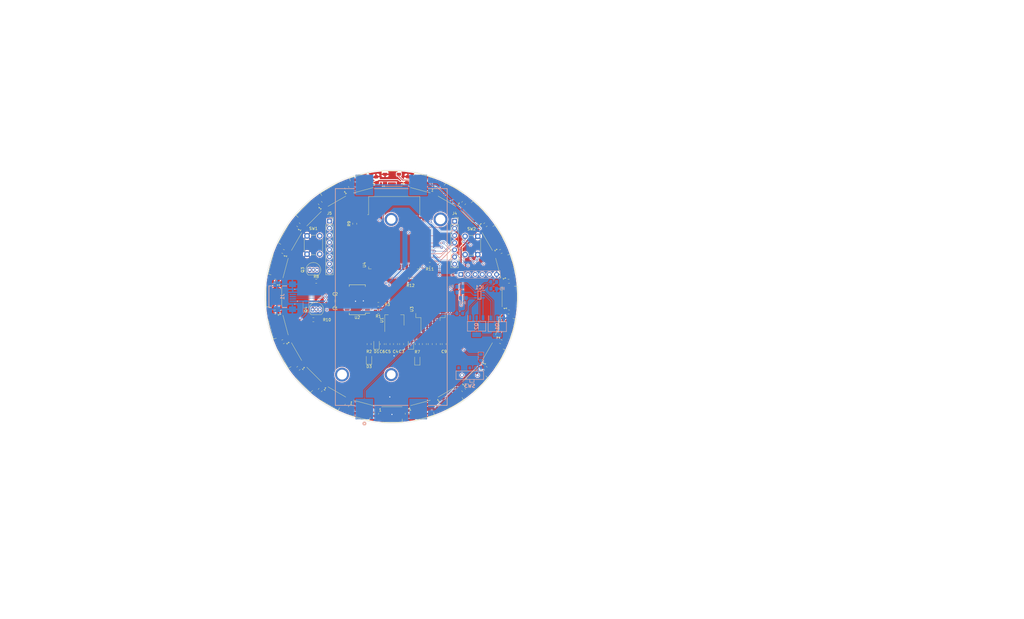
<source format=kicad_pcb>
(kicad_pcb (version 20171130) (host pcbnew "(5.1.10)-1")
  (layers (0 F.Cu signal) (31 B.Cu signal) (34 B.Paste user) (35 F.Paste user) (36 B.SilkS user) (37 F.SilkS user) (38 B.Mask user) (39 F.Mask user) (44 Edge.Cuts user))
  (net 0 "")
  (net 1 +5V)
  (net 2 +BATT)
  (net 3 "Net-(C10-Pad1)")
  (net 4 Batt_1_GND)
  (net 5 "Net-(C12-Pad2)")
  (net 6 "Net-(C13-Pad1)")
  (net 7 "Net-(D3-Pad2)")
  (net 8 +3V3)
  (net 9 "Net-(D10-Pad4)")
  (net 10 /Fastled_Pin)
  (net 11 "Net-(D28-Pad2)")
  (net 12 "Net-(D29-Pad2)")
  (net 13 "Net-(D10-Pad2)")
  (net 14 "Net-(D11-Pad2)")
  (net 15 "Net-(D12-Pad2)")
  (net 16 "Net-(D13-Pad2)")
  (net 17 "Net-(D14-Pad2)")
  (net 18 "Net-(D15-Pad2)")
  (net 19 "Net-(D16-Pad2)")
  (net 20 "Net-(D17-Pad2)")
  (net 21 "Net-(D18-Pad2)")
  (net 22 "Net-(D19-Pad2)")
  (net 23 "Net-(D20-Pad2)")
  (net 24 "Net-(D21-Pad2)")
  (net 25 "Net-(D22-Pad2)")
  (net 26 "Net-(D23-Pad2)")
  (net 27 "Net-(D24-Pad2)")
  (net 28 "Net-(D25-Pad2)")
  (net 29 "Net-(D26-Pad2)")
  (net 30 "Net-(D27-Pad2)")
  (net 31 "Net-(D30-Pad2)")
  (net 32 /GPIO17)
  (net 33 /GPIO16)
  (net 34 /GPIO15)
  (net 35 /GPIO4)
  (net 36 /HSPIMISO)
  (net 37 /HSPIMOSI)
  (net 38 /HSPISCLK)
  (net 39 /GPIO35)
  (net 40 /GPIO34)
  (net 41 /GPIO33)
  (net 42 /GPIO32)
  (net 43 /GPIO27)
  (net 44 /GPIO26)
  (net 45 /GPIO22)
  (net 46 /GPIO21)
  (net 47 /VSPICS)
  (net 48 /VSPICLK)
  (net 49 /EN)
  (net 50 "Net-(Q1-Pad2)")
  (net 51 /GPIO0)
  (net 52 /GPIO2)
  (net 53 /RXD0)
  (net 54 /TXD0)
  (net 55 "Net-(U2-Pad28)")
  (net 56 "Net-(U2-Pad27)")
  (net 57 "Net-(U2-Pad23)")
  (net 58 "Net-(U2-Pad22)")
  (net 59 "Net-(U2-Pad19)")
  (net 60 "Net-(U2-Pad17)")
  (net 61 "Net-(U2-Pad14)")
  (net 62 "Net-(U2-Pad13)")
  (net 63 "Net-(U2-Pad12)")
  (net 64 "Net-(U2-Pad11)")
  (net 65 "Net-(U2-Pad10)")
  (net 66 "Net-(U2-Pad9)")
  (net 67 "Net-(U2-Pad6)")
  (net 68 "Net-(IC1-Pad2)")
  (net 69 "Net-(IC1-Pad1)")
  (net 70 "Net-(Q3-Pad2)")
  (net 71 "Net-(SW3-Pad3)")
  (net 72 Batt_1_+)
  (net 73 "Net-(C5-Pad1)")
  (net 74 "Net-(C7-Pad2)")
  (net 75 "Net-(D5-Pad2)")
  (net 76 "Net-(D6-Pad2)")
  (net 77 "Net-(D7-Pad2)")
  (net 78 "Net-(D8-Pad2)")
  (net 79 "Net-(Q3-Pad1)")
  (net 80 "Net-(Q4-Pad1)")
  (net 81 "Net-(Q4-Pad2)")
  (net 82 "Net-(R1-Pad2)")
  (net 83 "Net-(R3-Pad2)")
  (net 84 "Net-(J1-Pad2)")
  (net 85 "Net-(J1-Pad3)")
  (net 86 "Net-(U4-Pad32)")
  (net 87 "Net-(U4-Pad22)")
  (net 88 "Net-(U4-Pad21)")
  (net 89 "Net-(U4-Pad20)")
  (net 90 "Net-(U4-Pad19)")
  (net 91 "Net-(U4-Pad18)")
  (net 92 "Net-(U4-Pad17)")
  (net 93 "Net-(U4-Pad5)")
  (net 94 "Net-(U4-Pad4)")
  (net 95 "Net-(J1-Pad4)")
  (net 96 Batt_2_+)
  (net 97 GND)
  (net 98 /USB_5V)
  (net 99 /VSPI_SDI)
  (net 100 /VSPI_SDO)
  (module RF_Module:ESP32-WROOM-32 (layer F.Cu) (at 77.01534 107.28706)
    (fp_text reference U4 (at -10.61 8.43 90) (layer F.SilkS))
    (fp_text value ESP32-WROOM-32D)
    (pad 38 smd rect (at 8.5 -8.255) (size 2 0.9) (layers F.Cu F.Paste F.Mask) (net 97 GND))
    (pad 37 smd rect (at 8.5 -6.985) (size 2 0.9) (layers F.Cu F.Paste F.Mask) (net 100 /VSPI_SDO))
    (pad 36 smd rect (at 8.5 -5.715) (size 2 0.9) (layers F.Cu F.Paste F.Mask) (net 45 /GPIO22))
    (pad 35 smd rect (at 8.5 -4.445) (size 2 0.9) (layers F.Cu F.Paste F.Mask) (net 54 /TXD0))
    (pad 34 smd rect (at 8.5 -3.175) (size 2 0.9) (layers F.Cu F.Paste F.Mask) (net 53 /RXD0))
    (pad 33 smd rect (at 8.5 -1.905) (size 2 0.9) (layers F.Cu F.Paste F.Mask) (net 46 /GPIO21))
    (pad 32 smd rect (at 8.5 -0.635) (size 2 0.9) (layers F.Cu F.Paste F.Mask) (net 86 "Net-(U4-Pad32)"))
    (pad 31 smd rect (at 8.5 0.635) (size 2 0.9) (layers F.Cu F.Paste F.Mask) (net 99 /VSPI_SDI))
    (pad 30 smd rect (at 8.5 1.905) (size 2 0.9) (layers F.Cu F.Paste F.Mask) (net 48 /VSPICLK))
    (pad 29 smd rect (at 8.5 3.175) (size 2 0.9) (layers F.Cu F.Paste F.Mask) (net 47 /VSPICS))
    (pad 28 smd rect (at 8.5 4.445) (size 2 0.9) (layers F.Cu F.Paste F.Mask) (net 32 /GPIO17))
    (pad 27 smd rect (at 8.5 5.715) (size 2 0.9) (layers F.Cu F.Paste F.Mask) (net 33 /GPIO16))
    (pad 26 smd rect (at 8.5 6.985) (size 2 0.9) (layers F.Cu F.Paste F.Mask) (net 35 /GPIO4))
    (pad 25 smd rect (at 8.5 8.255) (size 2 0.9) (layers F.Cu F.Paste F.Mask) (net 51 /GPIO0))
    (pad 24 smd rect (at 5.715 9.255 90) (size 2 0.9) (layers F.Cu F.Paste F.Mask) (net 52 /GPIO2))
    (pad 23 smd rect (at 4.445 9.255 90) (size 2 0.9) (layers F.Cu F.Paste F.Mask) (net 34 /GPIO15))
    (pad 22 smd rect (at 3.175 9.255 90) (size 2 0.9) (layers F.Cu F.Paste F.Mask) (net 87 "Net-(U4-Pad22)"))
    (pad 21 smd rect (at 1.905 9.255 90) (size 2 0.9) (layers F.Cu F.Paste F.Mask) (net 88 "Net-(U4-Pad21)"))
    (pad 20 smd rect (at 0.635 9.255 90) (size 2 0.9) (layers F.Cu F.Paste F.Mask) (net 89 "Net-(U4-Pad20)"))
    (pad 19 smd rect (at -0.635 9.255 90) (size 2 0.9) (layers F.Cu F.Paste F.Mask) (net 90 "Net-(U4-Pad19)"))
    (pad 18 smd rect (at -1.905 9.255 90) (size 2 0.9) (layers F.Cu F.Paste F.Mask) (net 91 "Net-(U4-Pad18)"))
    (pad 17 smd rect (at -3.175 9.255 90) (size 2 0.9) (layers F.Cu F.Paste F.Mask) (net 92 "Net-(U4-Pad17)"))
    (pad 16 smd rect (at -4.445 9.255 90) (size 2 0.9) (layers F.Cu F.Paste F.Mask) (net 37 /HSPIMOSI))
    (pad 15 smd rect (at -5.715 9.255 90) (size 2 0.9) (layers F.Cu F.Paste F.Mask) (net 97 GND))
    (pad 14 smd rect (at -8.5 8.255) (size 2 0.9) (layers F.Cu F.Paste F.Mask) (net 36 /HSPIMISO))
    (pad 13 smd rect (at -8.5 6.985) (size 2 0.9) (layers F.Cu F.Paste F.Mask) (net 38 /HSPISCLK))
    (pad 12 smd rect (at -8.5 5.715) (size 2 0.9) (layers F.Cu F.Paste F.Mask) (net 43 /GPIO27))
    (pad 11 smd rect (at -8.5 4.445) (size 2 0.9) (layers F.Cu F.Paste F.Mask) (net 44 /GPIO26))
    (pad 10 smd rect (at -8.5 3.175) (size 2 0.9) (layers F.Cu F.Paste F.Mask) (net 10 /Fastled_Pin))
    (pad 9 smd rect (at -8.5 1.905) (size 2 0.9) (layers F.Cu F.Paste F.Mask) (net 41 /GPIO33))
    (pad 8 smd rect (at -8.5 0.635) (size 2 0.9) (layers F.Cu F.Paste F.Mask) (net 42 /GPIO32))
    (pad 7 smd rect (at -8.5 -0.635) (size 2 0.9) (layers F.Cu F.Paste F.Mask) (net 39 /GPIO35))
    (pad 6 smd rect (at -8.5 -1.905) (size 2 0.9) (layers F.Cu F.Paste F.Mask) (net 40 /GPIO34))
    (pad 5 smd rect (at -8.5 -3.175) (size 2 0.9) (layers F.Cu F.Paste F.Mask) (net 93 "Net-(U4-Pad5)"))
    (pad 4 smd rect (at -8.5 -4.445) (size 2 0.9) (layers F.Cu F.Paste F.Mask) (net 94 "Net-(U4-Pad4)"))
    (pad 3 smd rect (at -8.5 -5.715) (size 2 0.9) (layers F.Cu F.Paste F.Mask) (net 49 /EN))
    (pad 2 smd rect (at -8.5 -6.985) (size 2 0.9) (layers F.Cu F.Paste F.Mask) (net 8 +3V3))
    (pad 1 smd rect (at -8.5 -8.255) (size 2 0.9) (layers F.Cu F.Paste F.Mask) (net 97 GND))
    (pad 39 smd rect (at -1 -0.755) (size 5 5) (layers F.Cu F.Paste F.Mask) (net 97 GND))
  )
  (module Capacitor_SMD:C_0805_2012Metric_Pad1.15x1.40mm_HandSolder (layer F.Cu) (at 92.238262 88.280208 67.5)
    (fp_text reference C14 hide)
    (fp_text value 100nF)
    (pad 2 smd roundrect (at 1.025 0 67.5) (size 1.15 1.4) (layers F.Cu F.Paste F.Mask) (roundrect_rratio 0.217391) (net 97 GND))
    (pad 1 smd roundrect (at -1.025 0 67.5) (size 1.15 1.4) (layers F.Cu F.Paste F.Mask) (roundrect_rratio 0.217391) (net 1 +5V))
  )
  (module Resistor_SMD:R_0805_2012Metric_Pad1.15x1.40mm_HandSolder (layer F.Cu) (at 62.992 101.092 270)
    (fp_text reference R9 (at 0 2.032 90) (layer F.SilkS))
    (fp_text value 10k)
    (pad 2 smd roundrect (at 1.025 0 270) (size 1.15 1.4) (layers F.Cu F.Paste F.Mask) (roundrect_rratio 0.217391) (net 49 /EN))
    (pad 1 smd roundrect (at -1.025 0 270) (size 1.15 1.4) (layers F.Cu F.Paste F.Mask) (roundrect_rratio 0.217391) (net 8 +3V3))
  )
  (module SamacSys_Parts:1048 (layer B.Cu) (at 58.4581 154.74696 90)
    (fp_text reference U5 hide)
    (fp_text value 1048 hide)
    (pad 9 thru_hole circle (at 55.2 35.01 90) (size 5 5) (drill 3.45) (layers *.Cu *.Mask))
    (pad 7 thru_hole circle (at 55.2 17.505 90) (size 4.7 4.7) (drill 3.17) (layers *.Cu *.Mask))
    (pad 6 thru_hole circle (at 0 0 90) (size 5 5) (drill 3.54) (layers *.Cu *.Mask))
    (pad 5 thru_hole circle (at 0 17.505 90) (size 4.7 4.7) (drill 3.17) (layers *.Cu *.Mask))
    (pad 4 smd rect (at -12.225 27.06) (size 6.35 7.34) (layers B.Cu B.Paste B.Mask) (net 96 Batt_2_+))
    (pad 3 smd rect (at 67.425 27.06) (size 6.35 7.34) (layers B.Cu B.Paste B.Mask) (net 72 Batt_1_+))
    (pad 2 smd rect (at 67.425 7.95) (size 6.35 7.34) (layers B.Cu B.Paste B.Mask) (net 72 Batt_1_+))
    (pad 1 smd rect (at -12.225 7.95) (size 6.35 7.34) (layers B.Cu B.Paste B.Mask) (net 4 Batt_1_GND))
  )
  (module SamacSys_Parts:USB206605RBHM15STB0000A (layer B.Cu) (at 35.30092 127.0381 90)
    (fp_text reference J1 (at 0 1.95 90) (layer B.SilkS) (effects (font (size 1.27 1.27) (thickness 0.254)) (justify mirror)))
    (fp_text value USB2066-05-RBHM-15-STB-00-00-A hide)
    (pad MP4 smd rect (at -4.45 0 90) (size 2 2.5) (layers B.Cu B.Paste B.Mask) (net 97 GND))
    (pad MP3 smd rect (at 4.45 0 90) (size 2 2.5) (layers B.Cu B.Paste B.Mask) (net 97 GND))
    (pad MP2 smd rect (at 4.45 5.5 90) (size 2 2.5) (layers B.Cu B.Paste B.Mask) (net 97 GND))
    (pad MP1 smd rect (at -4.45 5.5 90) (size 2 2.5) (layers B.Cu B.Paste B.Mask) (net 97 GND))
    (pad 5 smd rect (at 1.6 5.6 90) (size 0.5 2.3) (layers B.Cu B.Paste B.Mask) (net 97 GND))
    (pad 4 smd rect (at 0.8 5.6 90) (size 0.5 2.3) (layers B.Cu B.Paste B.Mask) (net 95 "Net-(J1-Pad4)"))
    (pad 3 smd rect (at 0 5.6 90) (size 0.5 2.3) (layers B.Cu B.Paste B.Mask) (net 85 "Net-(J1-Pad3)"))
    (pad 2 smd rect (at -0.8 5.6 90) (size 0.5 2.3) (layers B.Cu B.Paste B.Mask) (net 84 "Net-(J1-Pad2)"))
    (pad 1 smd rect (at -1.6 5.6 90) (size 0.5 2.3) (layers B.Cu B.Paste B.Mask) (net 98 /USB_5V))
  )
  (module Resistor_SMD:R_0805_2012Metric_Pad1.15x1.40mm_HandSolder (layer B.Cu) (at 101.6 127.508)
    (fp_text reference R6 (at 0 1.778 180) (layer B.SilkS) (effects (justify mirror)))
    (fp_text value 330R)
    (pad 2 smd roundrect (at 1.025 0) (size 1.15 1.4) (layers B.Cu B.Paste B.Mask) (roundrect_rratio 0.217391) (net 6 "Net-(C13-Pad1)"))
    (pad 1 smd roundrect (at -1.025 0) (size 1.15 1.4) (layers B.Cu B.Paste B.Mask) (roundrect_rratio 0.217391) (net 72 Batt_1_+))
  )
  (module Package_TO_SOT_SMD:SOT-223-3_TabPin2 (layer F.Cu) (at 77.089 135.382 90)
    (fp_text reference U1 (at 0 -4.5 90) (layer F.SilkS))
    (fp_text value AMS1117-3.3)
    (pad 1 smd rect (at -3.15 -2.3 90) (size 2 1.5) (layers F.Cu F.Paste F.Mask) (net 97 GND))
    (pad 3 smd rect (at -3.15 2.3 90) (size 2 1.5) (layers F.Cu F.Paste F.Mask) (net 1 +5V))
    (pad 2 smd rect (at -3.15 0 90) (size 2 1.5) (layers F.Cu F.Paste F.Mask) (net 73 "Net-(C5-Pad1)"))
    (pad 2 smd rect (at 3.15 0 90) (size 2 3.8) (layers F.Cu F.Paste F.Mask) (net 73 "Net-(C5-Pad1)"))
  )
  (module Resistor_SMD:R_0805_2012Metric_Pad1.15x1.40mm_HandSolder (layer F.Cu) (at 68.072 143.891 270)
    (fp_text reference R2 (at 2.667 0 180) (layer F.SilkS))
    (fp_text value 1k)
    (pad 2 smd roundrect (at 1.025 0 270) (size 1.15 1.4) (layers F.Cu F.Paste F.Mask) (roundrect_rratio 0.217391) (net 7 "Net-(D3-Pad2)"))
    (pad 1 smd roundrect (at -1.025 0 270) (size 1.15 1.4) (layers F.Cu F.Paste F.Mask) (roundrect_rratio 0.217391) (net 73 "Net-(C5-Pad1)"))
  )
  (module Diode_SMD:D_0805_2012Metric_Pad1.15x1.40mm_HandSolder (layer F.Cu) (at 68.072 149.225 90)
    (fp_text reference D3 (at -2.667 0 180) (layer F.SilkS))
    (fp_text value LED)
    (pad 2 smd roundrect (at 1.025 0 90) (size 1.15 1.4) (layers F.Cu F.Paste F.Mask) (roundrect_rratio 0.217391) (net 7 "Net-(D3-Pad2)"))
    (pad 1 smd roundrect (at -1.025 0 90) (size 1.15 1.4) (layers F.Cu F.Paste F.Mask) (roundrect_rratio 0.217391) (net 97 GND))
  )
  (module Diode_SMD:D_0805_2012Metric_Pad1.15x1.40mm_HandSolder (layer F.Cu) (at 70.739 143.891 90)
    (fp_text reference D1 (at -2.667 0 180) (layer F.SilkS))
    (fp_text value D)
    (pad 2 smd roundrect (at 1.025 0 90) (size 1.15 1.4) (layers F.Cu F.Paste F.Mask) (roundrect_rratio 0.217391) (net 73 "Net-(C5-Pad1)"))
    (pad 1 smd roundrect (at -1.025 0 90) (size 1.15 1.4) (layers F.Cu F.Paste F.Mask) (roundrect_rratio 0.217391) (net 8 +3V3))
  )
  (module Capacitor_SMD:C_0805_2012Metric_Pad1.15x1.40mm_HandSolder (layer F.Cu) (at 94.742 143.891 270)
    (fp_text reference C9 (at 2.667 0 180) (layer F.SilkS))
    (fp_text value 100nF)
    (pad 2 smd roundrect (at 1.025 0 270) (size 1.15 1.4) (layers F.Cu F.Paste F.Mask) (roundrect_rratio 0.217391) (net 2 +BATT))
    (pad 1 smd roundrect (at -1.025 0 270) (size 1.15 1.4) (layers F.Cu F.Paste F.Mask) (roundrect_rratio 0.217391) (net 97 GND))
  )
  (module Capacitor_SMD:C_0805_2012Metric_Pad1.15x1.40mm_HandSolder (layer F.Cu) (at 72.771 143.891 270)
    (fp_text reference C6 (at 2.667 0 180) (layer F.SilkS))
    (fp_text value 10uF)
    (pad 2 smd roundrect (at 1.025 0 270) (size 1.15 1.4) (layers F.Cu F.Paste F.Mask) (roundrect_rratio 0.217391) (net 97 GND))
    (pad 1 smd roundrect (at -1.025 0 270) (size 1.15 1.4) (layers F.Cu F.Paste F.Mask) (roundrect_rratio 0.217391) (net 73 "Net-(C5-Pad1)"))
  )
  (module Capacitor_SMD:C_0805_2012Metric_Pad1.15x1.40mm_HandSolder (layer F.Cu) (at 74.803 143.891 270)
    (fp_text reference C5 (at 2.667 0 180) (layer F.SilkS))
    (fp_text value 100nF)
    (pad 2 smd roundrect (at 1.025 0 270) (size 1.15 1.4) (layers F.Cu F.Paste F.Mask) (roundrect_rratio 0.217391) (net 97 GND))
    (pad 1 smd roundrect (at -1.025 0 270) (size 1.15 1.4) (layers F.Cu F.Paste F.Mask) (roundrect_rratio 0.217391) (net 73 "Net-(C5-Pad1)"))
  )
  (module Capacitor_SMD:C_0805_2012Metric_Pad1.15x1.40mm_HandSolder (layer F.Cu) (at 77.47 143.891 90)
    (fp_text reference C4 (at -2.667 0 180) (layer F.SilkS))
    (fp_text value 100nF)
    (pad 2 smd roundrect (at 1.025 0 90) (size 1.15 1.4) (layers F.Cu F.Paste F.Mask) (roundrect_rratio 0.217391) (net 1 +5V))
    (pad 1 smd roundrect (at -1.025 0 90) (size 1.15 1.4) (layers F.Cu F.Paste F.Mask) (roundrect_rratio 0.217391) (net 97 GND))
  )
  (module Capacitor_SMD:C_0805_2012Metric_Pad1.15x1.40mm_HandSolder (layer F.Cu) (at 79.629 143.891 270)
    (fp_text reference C3 (at 2.667 0 180) (layer F.SilkS))
    (fp_text value 10uF)
    (pad 2 smd roundrect (at 1.025 0 270) (size 1.15 1.4) (layers F.Cu F.Paste F.Mask) (roundrect_rratio 0.217391) (net 97 GND))
    (pad 1 smd roundrect (at -1.025 0 270) (size 1.15 1.4) (layers F.Cu F.Paste F.Mask) (roundrect_rratio 0.217391) (net 1 +5V))
  )
  (module Connector_PinSocket_2.54mm:PinSocket_1x06_P2.54mm_Vertical (layer B.Cu) (at 100.711 119.126 270)
    (fp_text reference J2 (at 0 2.77 270) (layer B.SilkS) (effects (justify mirror)))
    (fp_text value Conn_01x06)
    (pad 6 thru_hole oval (at 0 -12.7 270) (size 1.7 1.7) (drill 1) (layers *.Cu *.Mask) (net 97 GND))
    (pad 5 thru_hole oval (at 0 -10.16 270) (size 1.7 1.7) (drill 1) (layers *.Cu *.Mask) (net 47 /VSPICS))
    (pad 4 thru_hole oval (at 0 -7.62 270) (size 1.7 1.7) (drill 1) (layers *.Cu *.Mask) (net 99 /VSPI_SDI))
    (pad 3 thru_hole oval (at 0 -5.08 270) (size 1.7 1.7) (drill 1) (layers *.Cu *.Mask) (net 100 /VSPI_SDO))
    (pad 2 thru_hole oval (at 0 -2.54 270) (size 1.7 1.7) (drill 1) (layers *.Cu *.Mask) (net 48 /VSPICLK))
    (pad 1 thru_hole rect (at 0 0 270) (size 1.7 1.7) (drill 1) (layers *.Cu *.Mask) (net 8 +3V3))
  )
  (module Capacitor_SMD:C_0805_2012Metric_Pad1.15x1.40mm_HandSolder (layer F.Cu) (at 89.789 143.891 270)
    (fp_text reference C11 hide)
    (fp_text value 10uF)
    (pad 2 smd roundrect (at 1.025 0 270) (size 1.15 1.4) (layers F.Cu F.Paste F.Mask) (roundrect_rratio 0.217391) (net 97 GND))
    (pad 1 smd roundrect (at -1.025 0 270) (size 1.15 1.4) (layers F.Cu F.Paste F.Mask) (roundrect_rratio 0.217391) (net 3 "Net-(C10-Pad1)"))
  )
  (module Capacitor_SMD:C_0805_2012Metric_Pad1.15x1.40mm_HandSolder (layer F.Cu) (at 92.71 143.891 90)
    (fp_text reference C8 hide)
    (fp_text value 10uF)
    (pad 2 smd roundrect (at 1.025 0 90) (size 1.15 1.4) (layers F.Cu F.Paste F.Mask) (roundrect_rratio 0.217391) (net 97 GND))
    (pad 1 smd roundrect (at -1.025 0 90) (size 1.15 1.4) (layers F.Cu F.Paste F.Mask) (roundrect_rratio 0.217391) (net 2 +BATT))
  )
  (module Capacitor_SMD:C_0805_2012Metric_Pad1.15x1.40mm_HandSolder (layer F.Cu) (at 56.007 127.635 180)
    (fp_text reference C2 (at 0 1.524) (layer F.SilkS))
    (fp_text value 10uF)
    (pad 2 smd roundrect (at 1.025 0 180) (size 1.15 1.4) (layers F.Cu F.Paste F.Mask) (roundrect_rratio 0.217391) (net 97 GND))
    (pad 1 smd roundrect (at -1.025 0 180) (size 1.15 1.4) (layers F.Cu F.Paste F.Mask) (roundrect_rratio 0.217391) (net 98 /USB_5V))
  )
  (module Resistor_SMD:R_0805_2012Metric_Pad1.15x1.40mm_HandSolder (layer B.Cu) (at 100.33 123.444)
    (fp_text reference R4 (at -3.048 0) (layer B.SilkS) (effects (justify mirror)))
    (fp_text value 330R)
    (pad 2 smd roundrect (at 1.025 0) (size 1.15 1.4) (layers B.Cu B.Paste B.Mask) (roundrect_rratio 0.217391) (net 74 "Net-(C7-Pad2)"))
    (pad 1 smd roundrect (at -1.025 0) (size 1.15 1.4) (layers B.Cu B.Paste B.Mask) (roundrect_rratio 0.217391) (net 2 +BATT))
  )
  (module Resistor_SMD:R_0805_2012Metric_Pad1.15x1.40mm_HandSolder (layer B.Cu) (at 112.395 124.206)
    (fp_text reference R5 (at 3.048 0 180) (layer B.SilkS) (effects (justify mirror)))
    (fp_text value 1k)
    (pad 2 smd roundrect (at 1.025 0) (size 1.15 1.4) (layers B.Cu B.Paste B.Mask) (roundrect_rratio 0.217391) (net 97 GND))
    (pad 1 smd roundrect (at -1.025 0) (size 1.15 1.4) (layers B.Cu B.Paste B.Mask) (roundrect_rratio 0.217391) (net 5 "Net-(C12-Pad2)"))
  )
  (module Resistor_SMD:R_0805_2012Metric_Pad1.15x1.40mm_HandSolder (layer F.Cu) (at 85.217 143.891 270)
    (fp_text reference R7 (at 2.794 0 180) (layer F.SilkS))
    (fp_text value 1k)
    (pad 2 smd roundrect (at 1.025 0 270) (size 1.15 1.4) (layers F.Cu F.Paste F.Mask) (roundrect_rratio 0.217391) (net 75 "Net-(D5-Pad2)"))
    (pad 1 smd roundrect (at -1.025 0 270) (size 1.15 1.4) (layers F.Cu F.Paste F.Mask) (roundrect_rratio 0.217391) (net 3 "Net-(C10-Pad1)"))
  )
  (module Resistor_SMD:R_0805_2012Metric_Pad1.15x1.40mm_HandSolder (layer F.Cu) (at 48.26 135.255)
    (fp_text reference R10 (at 4.826 0) (layer F.SilkS))
    (fp_text value 12k)
    (pad 2 smd roundrect (at 1.025 0) (size 1.15 1.4) (layers F.Cu F.Paste F.Mask) (roundrect_rratio 0.217391) (net 81 "Net-(Q4-Pad2)"))
    (pad 1 smd roundrect (at -1.025 0) (size 1.15 1.4) (layers F.Cu F.Paste F.Mask) (roundrect_rratio 0.217391) (net 79 "Net-(Q3-Pad1)"))
  )
  (module Resistor_SMD:R_0805_2012Metric_Pad1.15x1.40mm_HandSolder (layer F.Cu) (at 49.276 121.539)
    (fp_text reference R8 (at 0 -1.65) (layer F.SilkS))
    (fp_text value 12k)
    (pad 2 smd roundrect (at 1.025 0) (size 1.15 1.4) (layers F.Cu F.Paste F.Mask) (roundrect_rratio 0.217391) (net 70 "Net-(Q3-Pad2)"))
    (pad 1 smd roundrect (at -1.025 0) (size 1.15 1.4) (layers F.Cu F.Paste F.Mask) (roundrect_rratio 0.217391) (net 80 "Net-(Q4-Pad1)"))
  )
  (module Resistor_SMD:R_0805_2012Metric_Pad1.15x1.40mm_HandSolder (layer F.Cu) (at 71.374 129.794 180)
    (fp_text reference R3 (at -3.175 0) (layer F.SilkS))
    (fp_text value 22R)
    (pad 2 smd roundrect (at 1.025 0 180) (size 1.15 1.4) (layers F.Cu F.Paste F.Mask) (roundrect_rratio 0.217391) (net 83 "Net-(R3-Pad2)"))
    (pad 1 smd roundrect (at -1.025 0 180) (size 1.15 1.4) (layers F.Cu F.Paste F.Mask) (roundrect_rratio 0.217391) (net 54 /TXD0))
  )
  (module Resistor_SMD:R_0805_2012Metric_Pad1.15x1.40mm_HandSolder (layer F.Cu) (at 71.374 132.334 180)
    (fp_text reference R1 (at 0 -1.65) (layer F.SilkS))
    (fp_text value 22R)
    (pad 2 smd roundrect (at 1.025 0 180) (size 1.15 1.4) (layers F.Cu F.Paste F.Mask) (roundrect_rratio 0.217391) (net 82 "Net-(R1-Pad2)"))
    (pad 1 smd roundrect (at -1.025 0 180) (size 1.15 1.4) (layers F.Cu F.Paste F.Mask) (roundrect_rratio 0.217391) (net 53 /RXD0))
  )
  (module Package_TO_SOT_SMD:TO-263-3_TabPin4 (layer F.Cu) (at 89.916 131.5085 90)
    (fp_text reference U3 (at 0 -6.65 270) (layer F.SilkS))
    (fp_text value LM1085-5.0)
    (pad 4 smd rect (at 3.375 0 90) (size 9.4 10.8) (layers F.Cu F.Mask))
    (pad 3 smd rect (at -5.775 2.54 90) (size 4.6 1.1) (layers F.Cu F.Paste F.Mask) (net 2 +BATT))
    (pad 2 smd rect (at -5.775 0 90) (size 4.6 1.1) (layers F.Cu F.Paste F.Mask) (net 3 "Net-(C10-Pad1)"))
    (pad 1 smd rect (at -5.775 -2.54 90) (size 4.6 1.1) (layers F.Cu F.Paste F.Mask) (net 97 GND))
  )
  (module SamacSys_Parts:AYZ0103AGRLC (layer B.Cu) (at 103.886 156.464 180)
    (fp_text reference SW3 (at 0 -2.286) (layer B.SilkS) (effects (font (size 1.27 1.27) (thickness 0.254)) (justify mirror)))
    (fp_text value SW_SPDT hide)
    (pad 6 thru_hole circle (at 2.75 1.5 180) (size 1.3 1.3) (drill 0.85) (layers *.Cu *.Mask))
    (pad 5 thru_hole circle (at -2.75 1.5 180) (size 1.3 1.3) (drill 0.85) (layers *.Cu *.Mask))
    (pad 4 smd rect (at 4 4.1 180) (size 1 1.2) (layers B.Cu B.Paste B.Mask))
    (pad 3 smd rect (at 0 4.1 180) (size 1 1.2) (layers B.Cu B.Paste B.Mask) (net 71 "Net-(SW3-Pad3)"))
    (pad 2 smd rect (at -2 4.1 180) (size 1 1.2) (layers B.Cu B.Paste B.Mask) (net 96 Batt_2_+))
    (pad 1 smd rect (at -4 4.1 180) (size 1 1.2) (layers B.Cu B.Paste B.Mask) (net 76 "Net-(D6-Pad2)"))
  )
  (module Button_Switch_THT:SW_PUSH_6mm (layer F.Cu) (at 102.21976 112.04448 90)
    (fp_text reference SW2 (at 9.11098 2.30124 180) (layer F.SilkS))
    (fp_text value SW_Push)
    (pad 1 thru_hole circle (at 6.5 0 180) (size 2 2) (drill 1.1) (layers *.Cu *.Mask) (net 51 /GPIO0))
    (pad 2 thru_hole circle (at 6.5 4.5 180) (size 2 2) (drill 1.1) (layers *.Cu *.Mask) (net 97 GND))
    (pad 1 thru_hole circle (at 0 0 180) (size 2 2) (drill 1.1) (layers *.Cu *.Mask) (net 51 /GPIO0))
    (pad 2 thru_hole circle (at 0 4.5 180) (size 2 2) (drill 1.1) (layers *.Cu *.Mask) (net 97 GND))
  )
  (module Button_Switch_THT:SW_PUSH_6mm (layer F.Cu) (at 50.51552 105.40492 270)
    (fp_text reference SW1 (at -2.59842 2.25552 180) (layer F.SilkS))
    (fp_text value SW_Push)
    (pad 1 thru_hole circle (at 6.5 0) (size 2 2) (drill 1.1) (layers *.Cu *.Mask) (net 49 /EN))
    (pad 2 thru_hole circle (at 6.5 4.5) (size 2 2) (drill 1.1) (layers *.Cu *.Mask) (net 97 GND))
    (pad 1 thru_hole circle (at 0 0) (size 2 2) (drill 1.1) (layers *.Cu *.Mask) (net 49 /EN))
    (pad 2 thru_hole circle (at 0 4.5) (size 2 2) (drill 1.1) (layers *.Cu *.Mask) (net 97 GND))
  )
  (module Resistor_SMD:R_0805_2012Metric_Pad1.15x1.40mm_HandSolder (layer F.Cu) (at 89.662 115.57 180)
    (fp_text reference R11 (at 0 -1.65) (layer F.SilkS))
    (fp_text value 10k)
    (pad 2 smd roundrect (at 1.025 0 180) (size 1.15 1.4) (layers F.Cu F.Paste F.Mask) (roundrect_rratio 0.217391) (net 51 /GPIO0))
    (pad 1 smd roundrect (at -1.025 0 180) (size 1.15 1.4) (layers F.Cu F.Paste F.Mask) (roundrect_rratio 0.217391) (net 8 +3V3))
  )
  (module Resistor_SMD:R_0805_2012Metric_Pad1.15x1.40mm_HandSolder (layer F.Cu) (at 82.804 120.396 90)
    (fp_text reference R12 (at -2.667 0 180) (layer F.SilkS))
    (fp_text value 5k)
    (pad 2 smd roundrect (at 1.025 0 90) (size 1.15 1.4) (layers F.Cu F.Paste F.Mask) (roundrect_rratio 0.217391) (net 52 /GPIO2))
    (pad 1 smd roundrect (at -1.025 0 90) (size 1.15 1.4) (layers F.Cu F.Paste F.Mask) (roundrect_rratio 0.217391) (net 97 GND))
  )
  (module SamacSys_Parts:SOT230P700X165-4N (layer B.Cu) (at 106.299 137.541 270)
    (fp_text reference Q2 (at 0 0 90) (layer B.SilkS) (effects (font (size 1.27 1.27) (thickness 0.254)) (justify mirror)))
    (fp_text value ZXMN6A09GQTA hide)
    (pad 4 smd rect (at 3 0 270) (size 1.8 3.2) (layers B.Cu B.Paste B.Mask) (net 50 "Net-(Q1-Pad2)"))
    (pad 3 smd rect (at -3 -2.3 180) (size 0.9 1.8) (layers B.Cu B.Paste B.Mask) (net 5 "Net-(C12-Pad2)"))
    (pad 2 smd rect (at -3 0 180) (size 0.9 1.8) (layers B.Cu B.Paste B.Mask) (net 50 "Net-(Q1-Pad2)"))
    (pad 1 smd rect (at -3 2.3 180) (size 0.9 1.8) (layers B.Cu B.Paste B.Mask) (net 69 "Net-(IC1-Pad1)"))
  )
  (module SamacSys_Parts:SOT230P700X165-4N (layer B.Cu) (at 113.665 137.668 270)
    (fp_text reference Q1 (at 0 0 90) (layer B.SilkS) (effects (font (size 1.27 1.27) (thickness 0.254)) (justify mirror)))
    (fp_text value ZXMN6A09GQTA hide)
    (pad 4 smd rect (at 3 0 270) (size 1.8 3.2) (layers B.Cu B.Paste B.Mask) (net 50 "Net-(Q1-Pad2)"))
    (pad 3 smd rect (at -3 -2.3 180) (size 0.9 1.8) (layers B.Cu B.Paste B.Mask) (net 97 GND))
    (pad 2 smd rect (at -3 0 180) (size 0.9 1.8) (layers B.Cu B.Paste B.Mask) (net 50 "Net-(Q1-Pad2)"))
    (pad 1 smd rect (at -3 2.3 180) (size 0.9 1.8) (layers B.Cu B.Paste B.Mask) (net 68 "Net-(IC1-Pad2)"))
  )
  (module SamacSys_Parts:SOT95P280X140-6N (layer B.Cu) (at 107.315 126.492 180)
    (fp_text reference IC1 (at -0.0254 2.73558) (layer B.SilkS) (effects (font (size 1.27 1.27) (thickness 0.254)) (justify mirror)))
    (fp_text value R5460N233AF-TR-FE hide)
    (pad 6 smd rect (at 1.4 0.95 90) (size 0.6 1) (layers B.Cu B.Paste B.Mask) (net 4 Batt_1_GND))
    (pad 5 smd rect (at 1.4 0 90) (size 0.6 1) (layers B.Cu B.Paste B.Mask) (net 74 "Net-(C7-Pad2)"))
    (pad 4 smd rect (at 1.4 -0.95 90) (size 0.6 1) (layers B.Cu B.Paste B.Mask) (net 6 "Net-(C13-Pad1)"))
    (pad 3 smd rect (at -1.4 -0.95 90) (size 0.6 1) (layers B.Cu B.Paste B.Mask) (net 5 "Net-(C12-Pad2)"))
    (pad 2 smd rect (at -1.4 0 90) (size 0.6 1) (layers B.Cu B.Paste B.Mask) (net 68 "Net-(IC1-Pad2)"))
    (pad 1 smd rect (at -1.4 0.95 90) (size 0.6 1) (layers B.Cu B.Paste B.Mask) (net 69 "Net-(IC1-Pad1)"))
  )
  (module Diode_SMD:D_0805_2012Metric_Pad1.15x1.40mm_HandSolder (layer F.Cu) (at 82.931 143.891 90)
    (fp_text reference D4 hide)
    (fp_text value D)
    (pad 2 smd roundrect (at 1.025 0 90) (size 1.15 1.4) (layers F.Cu F.Paste F.Mask) (roundrect_rratio 0.217391) (net 3 "Net-(C10-Pad1)"))
    (pad 1 smd roundrect (at -1.025 0 90) (size 1.15 1.4) (layers F.Cu F.Paste F.Mask) (roundrect_rratio 0.217391) (net 1 +5V))
  )
  (module Diode_SMD:D_0805_2012Metric_Pad1.15x1.40mm_HandSolder (layer B.Cu) (at 107.823 148.59 270)
    (fp_text reference D6 hide)
    (fp_text value D)
    (pad 2 smd roundrect (at 1.025 0 270) (size 1.15 1.4) (layers B.Cu B.Paste B.Mask) (roundrect_rratio 0.217391) (net 76 "Net-(D6-Pad2)"))
    (pad 1 smd roundrect (at -1.025 0 270) (size 1.15 1.4) (layers B.Cu B.Paste B.Mask) (roundrect_rratio 0.217391) (net 2 +BATT))
  )
  (module Diode_SMD:D_0805_2012Metric_Pad1.15x1.40mm_HandSolder (layer F.Cu) (at 85.217 149.479 90)
    (fp_text reference D5 hide)
    (fp_text value LED)
    (pad 2 smd roundrect (at 1.025 0 90) (size 1.15 1.4) (layers F.Cu F.Paste F.Mask) (roundrect_rratio 0.217391) (net 75 "Net-(D5-Pad2)"))
    (pad 1 smd roundrect (at -1.025 0 90) (size 1.15 1.4) (layers F.Cu F.Paste F.Mask) (roundrect_rratio 0.217391) (net 97 GND))
  )
  (module Capacitor_SMD:C_0805_2012Metric_Pad1.15x1.40mm_HandSolder (layer F.Cu) (at 81.670352 85.448545 82.5)
    (fp_text reference C37 hide)
    (fp_text value 100nF)
    (pad 2 smd roundrect (at 1.025 0 82.5) (size 1.15 1.4) (layers F.Cu F.Paste F.Mask) (roundrect_rratio 0.217391) (net 97 GND))
    (pad 1 smd roundrect (at -1.025 0 82.5) (size 1.15 1.4) (layers F.Cu F.Paste F.Mask) (roundrect_rratio 0.217391) (net 1 +5V))
  )
  (module Capacitor_SMD:C_0805_2012Metric_Pad1.15x1.40mm_HandSolder (layer F.Cu) (at 37.480208 143.038262 202.5)
    (fp_text reference C29 hide)
    (fp_text value 100nF)
    (pad 2 smd roundrect (at 1.025 0 202.5) (size 1.15 1.4) (layers F.Cu F.Paste F.Mask) (roundrect_rratio 0.217391) (net 97 GND))
    (pad 1 smd roundrect (at -1.025 0 202.5) (size 1.15 1.4) (layers F.Cu F.Paste F.Mask) (roundrect_rratio 0.217391) (net 1 +5V))
  )
  (module Capacitor_SMD:C_0805_2012Metric_Pad1.15x1.40mm_HandSolder (layer F.Cu) (at 109.449438 152.513191 322.5)
    (fp_text reference C21 hide)
    (fp_text value 100nF)
    (pad 2 smd roundrect (at 1.025 0 322.5) (size 1.15 1.4) (layers F.Cu F.Paste F.Mask) (roundrect_rratio 0.217391) (net 97 GND))
    (pad 1 smd roundrect (at -1.025 0 322.5) (size 1.15 1.4) (layers F.Cu F.Paste F.Mask) (roundrect_rratio 0.217391) (net 1 +5V))
  )
  (module Capacitor_SMD:C_0805_2012Metric_Pad1.15x1.40mm_HandSolder (layer F.Cu) (at 70.729647 85.448545 97.5)
    (fp_text reference C36 hide)
    (fp_text value 100nF)
    (pad 2 smd roundrect (at 1.025 0 97.5) (size 1.15 1.4) (layers F.Cu F.Paste F.Mask) (roundrect_rratio 0.217391) (net 97 GND))
    (pad 1 smd roundrect (at -1.025 0 97.5) (size 1.15 1.4) (layers F.Cu F.Paste F.Mask) (roundrect_rratio 0.217391) (net 1 +5V))
  )
  (module Capacitor_SMD:C_0805_2012Metric_Pad1.15x1.40mm_HandSolder (layer F.Cu) (at 42.950561 152.513191 217.5)
    (fp_text reference C28 hide)
    (fp_text value 100nF)
    (pad 2 smd roundrect (at 1.025 0 217.5) (size 1.15 1.4) (layers F.Cu F.Paste F.Mask) (roundrect_rratio 0.217391) (net 97 GND))
    (pad 1 smd roundrect (at -1.025 0 217.5) (size 1.15 1.4) (layers F.Cu F.Paste F.Mask) (roundrect_rratio 0.217391) (net 1 +5V))
  )
  (module Capacitor_SMD:C_0805_2012Metric_Pad1.15x1.40mm_HandSolder (layer F.Cu) (at 114.919791 143.038262 337.5)
    (fp_text reference C20 hide)
    (fp_text value 100nF)
    (pad 2 smd roundrect (at 1.025 0 337.5) (size 1.15 1.4) (layers F.Cu F.Paste F.Mask) (roundrect_rratio 0.217391) (net 97 GND))
    (pad 1 smd roundrect (at -1.025 0 337.5) (size 1.15 1.4) (layers F.Cu F.Paste F.Mask) (roundrect_rratio 0.217391) (net 1 +5V))
  )
  (module Capacitor_SMD:C_0805_2012Metric_Pad1.15x1.40mm_HandSolder (layer F.Cu) (at 60.161737 88.280208 112.5)
    (fp_text reference C35 hide)
    (fp_text value 100nF)
    (pad 2 smd roundrect (at 1.025 0 112.5) (size 1.15 1.4) (layers F.Cu F.Paste F.Mask) (roundrect_rratio 0.217391) (net 97 GND))
    (pad 1 smd roundrect (at -1.025 0 112.5) (size 1.15 1.4) (layers F.Cu F.Paste F.Mask) (roundrect_rratio 0.217391) (net 1 +5V))
  )
  (module Capacitor_SMD:C_0805_2012Metric_Pad1.15x1.40mm_HandSolder (layer F.Cu) (at 50.686808 160.249438 232.5)
    (fp_text reference C27 hide)
    (fp_text value 100nF)
    (pad 2 smd roundrect (at 1.025 0 232.5) (size 1.15 1.4) (layers F.Cu F.Paste F.Mask) (roundrect_rratio 0.217391) (net 97 GND))
    (pad 1 smd roundrect (at -1.025 0 232.5) (size 1.15 1.4) (layers F.Cu F.Paste F.Mask) (roundrect_rratio 0.217391) (net 1 +5V))
  )
  (module Capacitor_SMD:C_0805_2012Metric_Pad1.15x1.40mm_HandSolder (layer F.Cu) (at 117.751454 132.470352 352.5)
    (fp_text reference C19 hide)
    (fp_text value 100nF)
    (pad 2 smd roundrect (at 1.025 0 352.5) (size 1.15 1.4) (layers F.Cu F.Paste F.Mask) (roundrect_rratio 0.217391) (net 97 GND))
    (pad 1 smd roundrect (at -1.025 0 352.5) (size 1.15 1.4) (layers F.Cu F.Paste F.Mask) (roundrect_rratio 0.217391) (net 1 +5V))
  )
  (module Capacitor_SMD:C_0805_2012Metric_Pad1.15x1.40mm_HandSolder (layer F.Cu) (at 50.686808 93.750561 127.5)
    (fp_text reference C34 hide)
    (fp_text value 100nF)
    (pad 2 smd roundrect (at 1.025 0 127.5) (size 1.15 1.4) (layers F.Cu F.Paste F.Mask) (roundrect_rratio 0.217391) (net 97 GND))
    (pad 1 smd roundrect (at -1.025 0 127.5) (size 1.15 1.4) (layers F.Cu F.Paste F.Mask) (roundrect_rratio 0.217391) (net 1 +5V))
  )
  (module Capacitor_SMD:C_0805_2012Metric_Pad1.15x1.40mm_HandSolder (layer F.Cu) (at 60.161737 165.719791 247.5)
    (fp_text reference C26 hide)
    (fp_text value 100nF)
    (pad 2 smd roundrect (at 1.025 0 247.5) (size 1.15 1.4) (layers F.Cu F.Paste F.Mask) (roundrect_rratio 0.217391) (net 97 GND))
    (pad 1 smd roundrect (at -1.025 0 247.5) (size 1.15 1.4) (layers F.Cu F.Paste F.Mask) (roundrect_rratio 0.217391) (net 1 +5V))
  )
  (module Capacitor_SMD:C_0805_2012Metric_Pad1.15x1.40mm_HandSolder (layer F.Cu) (at 117.751454 121.529647 7.5)
    (fp_text reference C18 hide)
    (fp_text value 100nF)
    (pad 2 smd roundrect (at 1.025 0 7.5) (size 1.15 1.4) (layers F.Cu F.Paste F.Mask) (roundrect_rratio 0.217391) (net 97 GND))
    (pad 1 smd roundrect (at -1.025 0 7.5) (size 1.15 1.4) (layers F.Cu F.Paste F.Mask) (roundrect_rratio 0.217391) (net 1 +5V))
  )
  (module Capacitor_SMD:C_0805_2012Metric_Pad1.15x1.40mm_HandSolder (layer F.Cu) (at 42.950561 101.486808 142.5)
    (fp_text reference C33 hide)
    (fp_text value 100nF)
    (pad 2 smd roundrect (at 1.025 0 142.5) (size 1.15 1.4) (layers F.Cu F.Paste F.Mask) (roundrect_rratio 0.217391) (net 97 GND))
    (pad 1 smd roundrect (at -1.025 0 142.5) (size 1.15 1.4) (layers F.Cu F.Paste F.Mask) (roundrect_rratio 0.217391) (net 1 +5V))
  )
  (module Capacitor_SMD:C_0805_2012Metric_Pad1.15x1.40mm_HandSolder (layer F.Cu) (at 70.729647 168.551454 262.5)
    (fp_text reference C25 hide)
    (fp_text value 100nF)
    (pad 2 smd roundrect (at 1.025 0 262.5) (size 1.15 1.4) (layers F.Cu F.Paste F.Mask) (roundrect_rratio 0.217391) (net 97 GND))
    (pad 1 smd roundrect (at -1.025 0 262.5) (size 1.15 1.4) (layers F.Cu F.Paste F.Mask) (roundrect_rratio 0.217391) (net 1 +5V))
  )
  (module Capacitor_SMD:C_0805_2012Metric_Pad1.15x1.40mm_HandSolder (layer F.Cu) (at 114.919791 110.961737 22.5)
    (fp_text reference C17 hide)
    (fp_text value 100nF)
    (pad 2 smd roundrect (at 1.025 0 22.5) (size 1.15 1.4) (layers F.Cu F.Paste F.Mask) (roundrect_rratio 0.217391) (net 97 GND))
    (pad 1 smd roundrect (at -1.025 0 22.5) (size 1.15 1.4) (layers F.Cu F.Paste F.Mask) (roundrect_rratio 0.217391) (net 1 +5V))
  )
  (module Capacitor_SMD:C_0805_2012Metric_Pad1.15x1.40mm_HandSolder (layer F.Cu) (at 37.480208 110.961737 157.5)
    (fp_text reference C32 hide)
    (fp_text value 100nF)
    (pad 2 smd roundrect (at 1.025 0 157.5) (size 1.15 1.4) (layers F.Cu F.Paste F.Mask) (roundrect_rratio 0.217391) (net 97 GND))
    (pad 1 smd roundrect (at -1.025 0 157.5) (size 1.15 1.4) (layers F.Cu F.Paste F.Mask) (roundrect_rratio 0.217391) (net 1 +5V))
  )
  (module Capacitor_SMD:C_0805_2012Metric_Pad1.15x1.40mm_HandSolder (layer F.Cu) (at 81.670352 168.551454 277.5)
    (fp_text reference C24 hide)
    (fp_text value 100nF)
    (pad 2 smd roundrect (at 1.025 0 277.5) (size 1.15 1.4) (layers F.Cu F.Paste F.Mask) (roundrect_rratio 0.217391) (net 97 GND))
    (pad 1 smd roundrect (at -1.025 0 277.5) (size 1.15 1.4) (layers F.Cu F.Paste F.Mask) (roundrect_rratio 0.217391) (net 1 +5V))
  )
  (module Capacitor_SMD:C_0805_2012Metric_Pad1.15x1.40mm_HandSolder (layer F.Cu) (at 109.449438 101.486808 37.5)
    (fp_text reference C16 hide)
    (fp_text value 100nF)
    (pad 2 smd roundrect (at 1.025 0 37.5) (size 1.15 1.4) (layers F.Cu F.Paste F.Mask) (roundrect_rratio 0.217391) (net 97 GND))
    (pad 1 smd roundrect (at -1.025 0 37.5) (size 1.15 1.4) (layers F.Cu F.Paste F.Mask) (roundrect_rratio 0.217391) (net 1 +5V))
  )
  (module Capacitor_SMD:C_0805_2012Metric_Pad1.15x1.40mm_HandSolder (layer F.Cu) (at 34.648545 121.529647 172.5)
    (fp_text reference C31 hide)
    (fp_text value 100nF)
    (pad 2 smd roundrect (at 1.025 0 172.5) (size 1.15 1.4) (layers F.Cu F.Paste F.Mask) (roundrect_rratio 0.217391) (net 97 GND))
    (pad 1 smd roundrect (at -1.025 0 172.5) (size 1.15 1.4) (layers F.Cu F.Paste F.Mask) (roundrect_rratio 0.217391) (net 1 +5V))
  )
  (module Capacitor_SMD:C_0805_2012Metric_Pad1.15x1.40mm_HandSolder (layer F.Cu) (at 92.238262 165.719791 292.5)
    (fp_text reference C23 hide)
    (fp_text value 100nF)
    (pad 2 smd roundrect (at 1.025 0 292.5) (size 1.15 1.4) (layers F.Cu F.Paste F.Mask) (roundrect_rratio 0.217391) (net 97 GND))
    (pad 1 smd roundrect (at -1.025 0 292.5) (size 1.15 1.4) (layers F.Cu F.Paste F.Mask) (roundrect_rratio 0.217391) (net 1 +5V))
  )
  (module Capacitor_SMD:C_0805_2012Metric_Pad1.15x1.40mm_HandSolder (layer F.Cu) (at 101.713191 93.750561 52.5)
    (fp_text reference C15 hide)
    (fp_text value 100nF)
    (pad 2 smd roundrect (at 1.025 0 52.5) (size 1.15 1.4) (layers F.Cu F.Paste F.Mask) (roundrect_rratio 0.217391) (net 97 GND))
    (pad 1 smd roundrect (at -1.025 0 52.5) (size 1.15 1.4) (layers F.Cu F.Paste F.Mask) (roundrect_rratio 0.217391) (net 1 +5V))
  )
  (module Capacitor_SMD:C_0805_2012Metric_Pad1.15x1.40mm_HandSolder (layer F.Cu) (at 34.648545 132.470352 187.5)
    (fp_text reference C30 hide)
    (fp_text value 100nF)
    (pad 2 smd roundrect (at 1.025 0 187.5) (size 1.15 1.4) (layers F.Cu F.Paste F.Mask) (roundrect_rratio 0.217391) (net 97 GND))
    (pad 1 smd roundrect (at -1.025 0 187.5) (size 1.15 1.4) (layers F.Cu F.Paste F.Mask) (roundrect_rratio 0.217391) (net 1 +5V))
  )
  (module Capacitor_SMD:C_0805_2012Metric_Pad1.15x1.40mm_HandSolder (layer F.Cu) (at 101.713191 160.249438 307.5)
    (fp_text reference C22 hide)
    (fp_text value 100nF)
    (pad 2 smd roundrect (at 1.025 0 307.5) (size 1.15 1.4) (layers F.Cu F.Paste F.Mask) (roundrect_rratio 0.217391) (net 97 GND))
    (pad 1 smd roundrect (at -1.025 0 307.5) (size 1.15 1.4) (layers F.Cu F.Paste F.Mask) (roundrect_rratio 0.217391) (net 1 +5V))
  )
  (module Capacitor_SMD:C_0805_2012Metric_Pad1.15x1.40mm_HandSolder (layer B.Cu) (at 100.33 132.969 180)
    (fp_text reference C13 hide)
    (fp_text value 100nF)
    (pad 2 smd roundrect (at 1.025 0 180) (size 1.15 1.4) (layers B.Cu B.Paste B.Mask) (roundrect_rratio 0.217391) (net 4 Batt_1_GND))
    (pad 1 smd roundrect (at -1.025 0 180) (size 1.15 1.4) (layers B.Cu B.Paste B.Mask) (roundrect_rratio 0.217391) (net 6 "Net-(C13-Pad1)"))
  )
  (module Capacitor_SMD:C_0805_2012Metric_Pad1.15x1.40mm_HandSolder (layer B.Cu) (at 100.33 125.476)
    (fp_text reference C7 hide)
    (fp_text value 100nF)
    (pad 2 smd roundrect (at 1.025 0) (size 1.15 1.4) (layers B.Cu B.Paste B.Mask) (roundrect_rratio 0.217391) (net 74 "Net-(C7-Pad2)"))
    (pad 1 smd roundrect (at -1.025 0) (size 1.15 1.4) (layers B.Cu B.Paste B.Mask) (roundrect_rratio 0.217391) (net 4 Batt_1_GND))
  )
  (module Capacitor_SMD:C_0805_2012Metric_Pad1.15x1.40mm_HandSolder (layer B.Cu) (at 112.395 121.793)
    (fp_text reference C12 hide)
    (fp_text value 100nF)
    (pad 2 smd roundrect (at 1.025 0) (size 1.15 1.4) (layers B.Cu B.Paste B.Mask) (roundrect_rratio 0.217391) (net 5 "Net-(C12-Pad2)"))
    (pad 1 smd roundrect (at -1.025 0) (size 1.15 1.4) (layers B.Cu B.Paste B.Mask) (roundrect_rratio 0.217391) (net 4 Batt_1_GND))
  )
  (module Capacitor_SMD:C_0805_2012Metric_Pad1.15x1.40mm_HandSolder (layer F.Cu) (at 87.757 143.891 270)
    (fp_text reference C10 hide)
    (fp_text value 100nF)
    (pad 2 smd roundrect (at 1.025 0 270) (size 1.15 1.4) (layers F.Cu F.Paste F.Mask) (roundrect_rratio 0.217391) (net 97 GND))
    (pad 1 smd roundrect (at -1.025 0 270) (size 1.15 1.4) (layers F.Cu F.Paste F.Mask) (roundrect_rratio 0.217391) (net 3 "Net-(C10-Pad1)"))
  )
  (module Capacitor_SMD:C_0805_2012Metric_Pad1.15x1.40mm_HandSolder (layer F.Cu) (at 56.007 129.54 180)
    (fp_text reference C1 (at 0 -1.65) (layer F.SilkS))
    (fp_text value 100nF)
    (pad 2 smd roundrect (at 1.025 0 180) (size 1.15 1.4) (layers F.Cu F.Paste F.Mask) (roundrect_rratio 0.217391) (net 97 GND))
    (pad 1 smd roundrect (at -1.025 0 180) (size 1.15 1.4) (layers F.Cu F.Paste F.Mask) (roundrect_rratio 0.217391) (net 98 /USB_5V))
  )
  (module Package_SO:SSOP-28_5.3x10.2mm_P0.65mm (layer F.Cu) (at 63.881 128.143 180)
    (fp_text reference U2 (at 0 -6.25) (layer F.SilkS))
    (fp_text value FT232RL)
    (pad 28 smd rect (at 3.6 -4.225 180) (size 1.75 0.45) (layers F.Cu F.Paste F.Mask) (net 55 "Net-(U2-Pad28)"))
    (pad 27 smd rect (at 3.6 -3.575 180) (size 1.75 0.45) (layers F.Cu F.Paste F.Mask) (net 56 "Net-(U2-Pad27)"))
    (pad 26 smd rect (at 3.6 -2.925 180) (size 1.75 0.45) (layers F.Cu F.Paste F.Mask) (net 97 GND))
    (pad 25 smd rect (at 3.6 -2.275 180) (size 1.75 0.45) (layers F.Cu F.Paste F.Mask) (net 97 GND))
    (pad 24 smd rect (at 3.6 -1.625 180) (size 1.75 0.45) (layers F.Cu F.Paste F.Mask))
    (pad 23 smd rect (at 3.6 -0.975 180) (size 1.75 0.45) (layers F.Cu F.Paste F.Mask) (net 57 "Net-(U2-Pad23)"))
    (pad 22 smd rect (at 3.6 -0.325 180) (size 1.75 0.45) (layers F.Cu F.Paste F.Mask) (net 58 "Net-(U2-Pad22)"))
    (pad 21 smd rect (at 3.6 0.325 180) (size 1.75 0.45) (layers F.Cu F.Paste F.Mask) (net 97 GND))
    (pad 20 smd rect (at 3.6 0.975 180) (size 1.75 0.45) (layers F.Cu F.Paste F.Mask) (net 98 /USB_5V))
    (pad 19 smd rect (at 3.6 1.625 180) (size 1.75 0.45) (layers F.Cu F.Paste F.Mask) (net 59 "Net-(U2-Pad19)"))
    (pad 18 smd rect (at 3.6 2.275 180) (size 1.75 0.45) (layers F.Cu F.Paste F.Mask) (net 97 GND))
    (pad 17 smd rect (at 3.6 2.925 180) (size 1.75 0.45) (layers F.Cu F.Paste F.Mask) (net 60 "Net-(U2-Pad17)"))
    (pad 16 smd rect (at 3.6 3.575 180) (size 1.75 0.45) (layers F.Cu F.Paste F.Mask) (net 84 "Net-(J1-Pad2)"))
    (pad 15 smd rect (at 3.6 4.225 180) (size 1.75 0.45) (layers F.Cu F.Paste F.Mask) (net 85 "Net-(J1-Pad3)"))
    (pad 14 smd rect (at -3.6 4.225 180) (size 1.75 0.45) (layers F.Cu F.Paste F.Mask) (net 61 "Net-(U2-Pad14)"))
    (pad 13 smd rect (at -3.6 3.575 180) (size 1.75 0.45) (layers F.Cu F.Paste F.Mask) (net 62 "Net-(U2-Pad13)"))
    (pad 12 smd rect (at -3.6 2.925 180) (size 1.75 0.45) (layers F.Cu F.Paste F.Mask) (net 63 "Net-(U2-Pad12)"))
    (pad 11 smd rect (at -3.6 2.275 180) (size 1.75 0.45) (layers F.Cu F.Paste F.Mask) (net 64 "Net-(U2-Pad11)"))
    (pad 10 smd rect (at -3.6 1.625 180) (size 1.75 0.45) (layers F.Cu F.Paste F.Mask) (net 65 "Net-(U2-Pad10)"))
    (pad 9 smd rect (at -3.6 0.975 180) (size 1.75 0.45) (layers F.Cu F.Paste F.Mask) (net 66 "Net-(U2-Pad9)"))
    (pad 8 smd rect (at -3.6 0.325 180) (size 1.75 0.45) (layers F.Cu F.Paste F.Mask))
    (pad 7 smd rect (at -3.6 -0.325 180) (size 1.75 0.45) (layers F.Cu F.Paste F.Mask) (net 97 GND))
    (pad 6 smd rect (at -3.6 -0.975 180) (size 1.75 0.45) (layers F.Cu F.Paste F.Mask) (net 67 "Net-(U2-Pad6)"))
    (pad 5 smd rect (at -3.6 -1.625 180) (size 1.75 0.45) (layers F.Cu F.Paste F.Mask) (net 83 "Net-(R3-Pad2)"))
    (pad 4 smd rect (at -3.6 -2.275 180) (size 1.75 0.45) (layers F.Cu F.Paste F.Mask) (net 60 "Net-(U2-Pad17)"))
    (pad 3 smd rect (at -3.6 -2.925 180) (size 1.75 0.45) (layers F.Cu F.Paste F.Mask) (net 79 "Net-(Q3-Pad1)"))
    (pad 2 smd rect (at -3.6 -3.575 180) (size 1.75 0.45) (layers F.Cu F.Paste F.Mask) (net 80 "Net-(Q4-Pad1)"))
    (pad 1 smd rect (at -3.6 -4.225 180) (size 1.75 0.45) (layers F.Cu F.Paste F.Mask) (net 82 "Net-(R1-Pad2)"))
  )
  (module Package_TO_SOT_THT:TO-92_Inline (layer F.Cu) (at 48.006 131.572)
    (fp_text reference Q4 (at -2.413 0 270) (layer F.SilkS))
    (fp_text value S8050)
    (pad 1 thru_hole rect (at 0 0) (size 1.05 1.5) (drill 0.75) (layers *.Cu *.Mask) (net 80 "Net-(Q4-Pad1)"))
    (pad 3 thru_hole oval (at 2.54 0) (size 1.05 1.5) (drill 0.75) (layers *.Cu *.Mask) (net 51 /GPIO0))
    (pad 2 thru_hole oval (at 1.27 0) (size 1.05 1.5) (drill 0.75) (layers *.Cu *.Mask) (net 81 "Net-(Q4-Pad2)"))
  )
  (module Package_TO_SOT_THT:TO-92_Inline (layer F.Cu) (at 46.99 117.475)
    (fp_text reference Q3 (at -2.54 0 270) (layer F.SilkS))
    (fp_text value S8050)
    (pad 1 thru_hole rect (at 0 0) (size 1.05 1.5) (drill 0.75) (layers *.Cu *.Mask) (net 79 "Net-(Q3-Pad1)"))
    (pad 3 thru_hole oval (at 2.54 0) (size 1.05 1.5) (drill 0.75) (layers *.Cu *.Mask) (net 49 /EN))
    (pad 2 thru_hole oval (at 1.27 0) (size 1.05 1.5) (drill 0.75) (layers *.Cu *.Mask) (net 70 "Net-(Q3-Pad2)"))
  )
  (module Connector_PinSocket_2.54mm:PinSocket_1x08_P2.54mm_Vertical (layer F.Cu) (at 53.98008 100.13696)
    (fp_text reference J5 (at 0 -2.77) (layer F.SilkS))
    (fp_text value Conn_01x08)
    (pad 8 thru_hole oval (at 0 17.78) (size 1.7 1.7) (drill 1) (layers *.Cu *.Mask) (net 36 /HSPIMISO))
    (pad 7 thru_hole oval (at 0 15.24) (size 1.7 1.7) (drill 1) (layers *.Cu *.Mask) (net 38 /HSPISCLK))
    (pad 6 thru_hole oval (at 0 12.7) (size 1.7 1.7) (drill 1) (layers *.Cu *.Mask) (net 43 /GPIO27))
    (pad 5 thru_hole oval (at 0 10.16) (size 1.7 1.7) (drill 1) (layers *.Cu *.Mask) (net 44 /GPIO26))
    (pad 4 thru_hole oval (at 0 7.62) (size 1.7 1.7) (drill 1) (layers *.Cu *.Mask) (net 41 /GPIO33))
    (pad 3 thru_hole oval (at 0 5.08) (size 1.7 1.7) (drill 1) (layers *.Cu *.Mask) (net 42 /GPIO32))
    (pad 2 thru_hole oval (at 0 2.54) (size 1.7 1.7) (drill 1) (layers *.Cu *.Mask) (net 39 /GPIO35))
    (pad 1 thru_hole rect (at 0 0) (size 1.7 1.7) (drill 1) (layers *.Cu *.Mask) (net 40 /GPIO34))
  )
  (module Connector_PinSocket_2.54mm:PinSocket_1x07_P2.54mm_Vertical (layer F.Cu) (at 98.49104 100.203)
    (fp_text reference J4 (at 0 -2.77) (layer F.SilkS))
    (fp_text value Conn_01x07)
    (pad 7 thru_hole oval (at 0 15.24) (size 1.7 1.7) (drill 1) (layers *.Cu *.Mask) (net 37 /HSPIMOSI))
    (pad 6 thru_hole oval (at 0 12.7) (size 1.7 1.7) (drill 1) (layers *.Cu *.Mask) (net 34 /GPIO15))
    (pad 5 thru_hole oval (at 0 10.16) (size 1.7 1.7) (drill 1) (layers *.Cu *.Mask) (net 35 /GPIO4))
    (pad 4 thru_hole oval (at 0 7.62) (size 1.7 1.7) (drill 1) (layers *.Cu *.Mask) (net 33 /GPIO16))
    (pad 3 thru_hole oval (at 0 5.08) (size 1.7 1.7) (drill 1) (layers *.Cu *.Mask) (net 32 /GPIO17))
    (pad 2 thru_hole oval (at 0 2.54) (size 1.7 1.7) (drill 1) (layers *.Cu *.Mask) (net 46 /GPIO21))
    (pad 1 thru_hole rect (at 0 0) (size 1.7 1.7) (drill 1) (layers *.Cu *.Mask) (net 45 /GPIO22))
  )
  (module LED_SMD:LED_WS2812B_PLCC4_5.0x5.0mm_P3.2mm (layer F.Cu) (at 65.352893 86.518048 195)
    (fp_text reference D30 hide)
    (fp_text value WS2812B)
    (fp_text user 1 (at -4.15 -1.6 195) (layer F.SilkS))
    (pad 1 smd rect (at -2.45 -1.6 195) (size 1.5 1) (layers F.Cu F.Paste F.Mask) (net 1 +5V))
    (pad 2 smd rect (at -2.45 1.6 195) (size 1.5 1) (layers F.Cu F.Paste F.Mask) (net 31 "Net-(D30-Pad2)"))
    (pad 4 smd rect (at 2.45 -1.6 195) (size 1.5 1) (layers F.Cu F.Paste F.Mask) (net 12 "Net-(D29-Pad2)"))
    (pad 3 smd rect (at 2.45 1.6 195) (size 1.5 1) (layers F.Cu F.Paste F.Mask) (net 97 GND))
  )
  (module LED_SMD:LED_WS2812B_PLCC4_5.0x5.0mm_P3.2mm (layer F.Cu) (at 46.565154 156.634845 315)
    (fp_text reference D22 hide)
    (fp_text value WS2812B)
    (fp_text user 1 (at -4.15 -1.6 315) (layer F.SilkS))
    (pad 1 smd rect (at -2.45 -1.6 315) (size 1.5 1) (layers F.Cu F.Paste F.Mask) (net 1 +5V))
    (pad 2 smd rect (at -2.45 1.6 315) (size 1.5 1) (layers F.Cu F.Paste F.Mask) (net 25 "Net-(D22-Pad2)"))
    (pad 4 smd rect (at 2.45 -1.6 315) (size 1.5 1) (layers F.Cu F.Paste F.Mask) (net 24 "Net-(D21-Pad2)"))
    (pad 3 smd rect (at 2.45 1.6 315) (size 1.5 1) (layers F.Cu F.Paste F.Mask) (net 97 GND))
  )
  (module LED_SMD:LED_WS2812B_PLCC4_5.0x5.0mm_P3.2mm (layer F.Cu) (at 116.681951 137.847106 75)
    (fp_text reference D14 hide)
    (fp_text value WS2812B)
    (fp_text user 1 (at -4.15 -1.6 75) (layer F.SilkS))
    (pad 1 smd rect (at -2.45 -1.6 75) (size 1.5 1) (layers F.Cu F.Paste F.Mask) (net 1 +5V))
    (pad 2 smd rect (at -2.45 1.6 75) (size 1.5 1) (layers F.Cu F.Paste F.Mask) (net 17 "Net-(D14-Pad2)"))
    (pad 4 smd rect (at 2.45 -1.6 75) (size 1.5 1) (layers F.Cu F.Paste F.Mask) (net 16 "Net-(D13-Pad2)"))
    (pad 3 smd rect (at 2.45 1.6 75) (size 1.5 1) (layers F.Cu F.Paste F.Mask) (net 97 GND))
  )
  (module LED_SMD:LED_WS2812B_PLCC4_5.0x5.0mm_P3.2mm (layer F.Cu) (at 55.244999 90.704875 210)
    (fp_text reference D29 hide)
    (fp_text value WS2812B)
    (fp_text user 1 (at -4.15 -1.6 210) (layer F.SilkS))
    (pad 1 smd rect (at -2.45 -1.6 210) (size 1.5 1) (layers F.Cu F.Paste F.Mask) (net 1 +5V))
    (pad 2 smd rect (at -2.45 1.6 210) (size 1.5 1) (layers F.Cu F.Paste F.Mask) (net 12 "Net-(D29-Pad2)"))
    (pad 4 smd rect (at 2.45 -1.6 210) (size 1.5 1) (layers F.Cu F.Paste F.Mask) (net 11 "Net-(D28-Pad2)"))
    (pad 3 smd rect (at 2.45 1.6 210) (size 1.5 1) (layers F.Cu F.Paste F.Mask) (net 97 GND))
  )
  (module LED_SMD:LED_WS2812B_PLCC4_5.0x5.0mm_P3.2mm (layer F.Cu) (at 55.245 163.295124 330)
    (fp_text reference D21 hide)
    (fp_text value WS2812B)
    (fp_text user 1 (at -4.15 -1.6 330) (layer F.SilkS))
    (pad 1 smd rect (at -2.45 -1.6 330) (size 1.5 1) (layers F.Cu F.Paste F.Mask) (net 1 +5V))
    (pad 2 smd rect (at -2.45 1.6 330) (size 1.5 1) (layers F.Cu F.Paste F.Mask) (net 24 "Net-(D21-Pad2)"))
    (pad 4 smd rect (at 2.45 -1.6 330) (size 1.5 1) (layers F.Cu F.Paste F.Mask) (net 23 "Net-(D20-Pad2)"))
    (pad 3 smd rect (at 2.45 1.6 330) (size 1.5 1) (layers F.Cu F.Paste F.Mask) (net 97 GND))
  )
  (module LED_SMD:LED_WS2812B_PLCC4_5.0x5.0mm_P3.2mm (layer F.Cu) (at 118.11 127 90)
    (fp_text reference D13 hide)
    (fp_text value WS2812B)
    (fp_text user 1 (at -4.15 -1.6 90) (layer F.SilkS))
    (pad 1 smd rect (at -2.45 -1.6 90) (size 1.5 1) (layers F.Cu F.Paste F.Mask) (net 1 +5V))
    (pad 2 smd rect (at -2.45 1.6 90) (size 1.5 1) (layers F.Cu F.Paste F.Mask) (net 16 "Net-(D13-Pad2)"))
    (pad 4 smd rect (at 2.45 -1.6 90) (size 1.5 1) (layers F.Cu F.Paste F.Mask) (net 15 "Net-(D12-Pad2)"))
    (pad 3 smd rect (at 2.45 1.6 90) (size 1.5 1) (layers F.Cu F.Paste F.Mask) (net 97 GND))
  )
  (module LED_SMD:LED_WS2812B_PLCC4_5.0x5.0mm_P3.2mm (layer F.Cu) (at 46.565154 97.365154 225)
    (fp_text reference D28 hide)
    (fp_text value WS2812B)
    (fp_text user 1 (at -4.15 -1.6 225) (layer F.SilkS))
    (pad 1 smd rect (at -2.45 -1.6 225) (size 1.5 1) (layers F.Cu F.Paste F.Mask) (net 1 +5V))
    (pad 2 smd rect (at -2.45 1.6 225) (size 1.5 1) (layers F.Cu F.Paste F.Mask) (net 11 "Net-(D28-Pad2)"))
    (pad 4 smd rect (at 2.45 -1.6 225) (size 1.5 1) (layers F.Cu F.Paste F.Mask) (net 30 "Net-(D27-Pad2)"))
    (pad 3 smd rect (at 2.45 1.6 225) (size 1.5 1) (layers F.Cu F.Paste F.Mask) (net 97 GND))
  )
  (module LED_SMD:LED_WS2812B_PLCC4_5.0x5.0mm_P3.2mm (layer F.Cu) (at 65.352893 167.481951 345)
    (fp_text reference D20 hide)
    (fp_text value WS2812B)
    (fp_text user 1 (at -4.15 -1.6 345) (layer F.SilkS))
    (pad 1 smd rect (at -2.45 -1.6 345) (size 1.5 1) (layers F.Cu F.Paste F.Mask) (net 1 +5V))
    (pad 2 smd rect (at -2.45 1.6 345) (size 1.5 1) (layers F.Cu F.Paste F.Mask) (net 23 "Net-(D20-Pad2)"))
    (pad 4 smd rect (at 2.45 -1.6 345) (size 1.5 1) (layers F.Cu F.Paste F.Mask) (net 22 "Net-(D19-Pad2)"))
    (pad 3 smd rect (at 2.45 1.6 345) (size 1.5 1) (layers F.Cu F.Paste F.Mask) (net 97 GND))
  )
  (module LED_SMD:LED_WS2812B_PLCC4_5.0x5.0mm_P3.2mm (layer F.Cu) (at 116.681951 116.152893 105)
    (fp_text reference D12 hide)
    (fp_text value WS2812B)
    (fp_text user 1 (at -4.15 -1.6 105) (layer F.SilkS))
    (pad 1 smd rect (at -2.45 -1.6 105) (size 1.5 1) (layers F.Cu F.Paste F.Mask) (net 1 +5V))
    (pad 2 smd rect (at -2.45 1.6 105) (size 1.5 1) (layers F.Cu F.Paste F.Mask) (net 15 "Net-(D12-Pad2)"))
    (pad 4 smd rect (at 2.45 -1.6 105) (size 1.5 1) (layers F.Cu F.Paste F.Mask) (net 14 "Net-(D11-Pad2)"))
    (pad 3 smd rect (at 2.45 1.6 105) (size 1.5 1) (layers F.Cu F.Paste F.Mask) (net 97 GND))
  )
  (module LED_SMD:LED_WS2812B_PLCC4_5.0x5.0mm_P3.2mm (layer F.Cu) (at 39.904875 106.045 240)
    (fp_text reference D27 hide)
    (fp_text value WS2812B)
    (fp_text user 1 (at -4.15 -1.6 240) (layer F.SilkS))
    (pad 1 smd rect (at -2.45 -1.6 240) (size 1.5 1) (layers F.Cu F.Paste F.Mask) (net 1 +5V))
    (pad 2 smd rect (at -2.45 1.6 240) (size 1.5 1) (layers F.Cu F.Paste F.Mask) (net 30 "Net-(D27-Pad2)"))
    (pad 4 smd rect (at 2.45 -1.6 240) (size 1.5 1) (layers F.Cu F.Paste F.Mask) (net 29 "Net-(D26-Pad2)"))
    (pad 3 smd rect (at 2.45 1.6 240) (size 1.5 1) (layers F.Cu F.Paste F.Mask) (net 97 GND))
  )
  (module LED_SMD:LED_WS2812B_PLCC4_5.0x5.0mm_P3.2mm (layer F.Cu) (at 76.2 168.91)
    (fp_text reference D19 hide)
    (fp_text value WS2812B)
    (fp_text user 1 (at -4.15 -1.6) (layer F.SilkS))
    (pad 1 smd rect (at -2.45 -1.6) (size 1.5 1) (layers F.Cu F.Paste F.Mask) (net 1 +5V))
    (pad 2 smd rect (at -2.45 1.6) (size 1.5 1) (layers F.Cu F.Paste F.Mask) (net 22 "Net-(D19-Pad2)"))
    (pad 4 smd rect (at 2.45 -1.6) (size 1.5 1) (layers F.Cu F.Paste F.Mask) (net 21 "Net-(D18-Pad2)"))
    (pad 3 smd rect (at 2.45 1.6) (size 1.5 1) (layers F.Cu F.Paste F.Mask) (net 97 GND))
  )
  (module LED_SMD:LED_WS2812B_PLCC4_5.0x5.0mm_P3.2mm (layer F.Cu) (at 112.495124 106.044999 120)
    (fp_text reference D11 hide)
    (fp_text value WS2812B)
    (fp_text user 1 (at -4.15 -1.6 120) (layer F.SilkS))
    (pad 1 smd rect (at -2.45 -1.6 120) (size 1.5 1) (layers F.Cu F.Paste F.Mask) (net 1 +5V))
    (pad 2 smd rect (at -2.45 1.6 120) (size 1.5 1) (layers F.Cu F.Paste F.Mask) (net 14 "Net-(D11-Pad2)"))
    (pad 4 smd rect (at 2.45 -1.6 120) (size 1.5 1) (layers F.Cu F.Paste F.Mask) (net 13 "Net-(D10-Pad2)"))
    (pad 3 smd rect (at 2.45 1.6 120) (size 1.5 1) (layers F.Cu F.Paste F.Mask) (net 97 GND))
  )
  (module LED_SMD:LED_WS2812B_PLCC4_5.0x5.0mm_P3.2mm (layer F.Cu) (at 35.718048 116.152893 255)
    (fp_text reference D26 hide)
    (fp_text value WS2812B)
    (fp_text user 1 (at -4.15 -1.6 255) (layer F.SilkS))
    (pad 1 smd rect (at -2.45 -1.6 255) (size 1.5 1) (layers F.Cu F.Paste F.Mask) (net 1 +5V))
    (pad 2 smd rect (at -2.45 1.6 255) (size 1.5 1) (layers F.Cu F.Paste F.Mask) (net 29 "Net-(D26-Pad2)"))
    (pad 4 smd rect (at 2.45 -1.6 255) (size 1.5 1) (layers F.Cu F.Paste F.Mask) (net 28 "Net-(D25-Pad2)"))
    (pad 3 smd rect (at 2.45 1.6 255) (size 1.5 1) (layers F.Cu F.Paste F.Mask) (net 97 GND))
  )
  (module LED_SMD:LED_WS2812B_PLCC4_5.0x5.0mm_P3.2mm (layer F.Cu) (at 87.047106 167.481951 15)
    (fp_text reference D18 hide)
    (fp_text value WS2812B)
    (fp_text user 1 (at -4.15 -1.6 15) (layer F.SilkS))
    (pad 1 smd rect (at -2.45 -1.6 15) (size 1.5 1) (layers F.Cu F.Paste F.Mask) (net 1 +5V))
    (pad 2 smd rect (at -2.45 1.6 15) (size 1.5 1) (layers F.Cu F.Paste F.Mask) (net 21 "Net-(D18-Pad2)"))
    (pad 4 smd rect (at 2.45 -1.6 15) (size 1.5 1) (layers F.Cu F.Paste F.Mask) (net 20 "Net-(D17-Pad2)"))
    (pad 3 smd rect (at 2.45 1.6 15) (size 1.5 1) (layers F.Cu F.Paste F.Mask) (net 97 GND))
  )
  (module LED_SMD:LED_WS2812B_PLCC4_5.0x5.0mm_P3.2mm (layer F.Cu) (at 105.834845 97.365154 135)
    (fp_text reference D10 hide)
    (fp_text value WS2812B)
    (fp_text user 1 (at -4.15 -1.6 135) (layer F.SilkS))
    (pad 1 smd rect (at -2.45 -1.6 135) (size 1.5 1) (layers F.Cu F.Paste F.Mask) (net 1 +5V))
    (pad 2 smd rect (at -2.45 1.6 135) (size 1.5 1) (layers F.Cu F.Paste F.Mask) (net 13 "Net-(D10-Pad2)"))
    (pad 4 smd rect (at 2.45 -1.6 135) (size 1.5 1) (layers F.Cu F.Paste F.Mask) (net 9 "Net-(D10-Pad4)"))
    (pad 3 smd rect (at 2.45 1.6 135) (size 1.5 1) (layers F.Cu F.Paste F.Mask) (net 97 GND))
  )
  (module LED_SMD:LED_WS2812B_PLCC4_5.0x5.0mm_P3.2mm (layer F.Cu) (at 34.29 127 270)
    (fp_text reference D25 hide)
    (fp_text value WS2812B)
    (fp_text user 1 (at -4.15 -1.6 270) (layer F.SilkS))
    (pad 1 smd rect (at -2.45 -1.6 270) (size 1.5 1) (layers F.Cu F.Paste F.Mask) (net 1 +5V))
    (pad 2 smd rect (at -2.45 1.6 270) (size 1.5 1) (layers F.Cu F.Paste F.Mask) (net 28 "Net-(D25-Pad2)"))
    (pad 4 smd rect (at 2.45 -1.6 270) (size 1.5 1) (layers F.Cu F.Paste F.Mask) (net 27 "Net-(D24-Pad2)"))
    (pad 3 smd rect (at 2.45 1.6 270) (size 1.5 1) (layers F.Cu F.Paste F.Mask) (net 97 GND))
  )
  (module LED_SMD:LED_WS2812B_PLCC4_5.0x5.0mm_P3.2mm (layer F.Cu) (at 97.155 163.295124 30)
    (fp_text reference D17 hide)
    (fp_text value WS2812B)
    (fp_text user 1 (at -4.15 -1.6 30) (layer F.SilkS))
    (pad 1 smd rect (at -2.45 -1.6 30) (size 1.5 1) (layers F.Cu F.Paste F.Mask) (net 1 +5V))
    (pad 2 smd rect (at -2.45 1.6 30) (size 1.5 1) (layers F.Cu F.Paste F.Mask) (net 20 "Net-(D17-Pad2)"))
    (pad 4 smd rect (at 2.45 -1.6 30) (size 1.5 1) (layers F.Cu F.Paste F.Mask) (net 19 "Net-(D16-Pad2)"))
    (pad 3 smd rect (at 2.45 1.6 30) (size 1.5 1) (layers F.Cu F.Paste F.Mask) (net 97 GND))
  )
  (module LED_SMD:LED_WS2812B_PLCC4_5.0x5.0mm_P3.2mm (layer F.Cu) (at 97.155 90.704875 150)
    (fp_text reference D9 hide)
    (fp_text value WS2812B)
    (fp_text user 1 (at -4.15 -1.6 150) (layer F.SilkS))
    (pad 1 smd rect (at -2.45 -1.6 150) (size 1.5 1) (layers F.Cu F.Paste F.Mask) (net 1 +5V))
    (pad 2 smd rect (at -2.45 1.6 150) (size 1.5 1) (layers F.Cu F.Paste F.Mask) (net 9 "Net-(D10-Pad4)"))
    (pad 4 smd rect (at 2.45 -1.6 150) (size 1.5 1) (layers F.Cu F.Paste F.Mask) (net 78 "Net-(D8-Pad2)"))
    (pad 3 smd rect (at 2.45 1.6 150) (size 1.5 1) (layers F.Cu F.Paste F.Mask) (net 97 GND))
  )
  (module LED_SMD:LED_WS2812B_PLCC4_5.0x5.0mm_P3.2mm (layer F.Cu) (at 35.718048 137.847106 285)
    (fp_text reference D24 hide)
    (fp_text value WS2812B)
    (fp_text user 1 (at -4.15 -1.6 285) (layer F.SilkS))
    (pad 1 smd rect (at -2.45 -1.6 285) (size 1.5 1) (layers F.Cu F.Paste F.Mask) (net 1 +5V))
    (pad 2 smd rect (at -2.45 1.6 285) (size 1.5 1) (layers F.Cu F.Paste F.Mask) (net 27 "Net-(D24-Pad2)"))
    (pad 4 smd rect (at 2.45 -1.6 285) (size 1.5 1) (layers F.Cu F.Paste F.Mask) (net 26 "Net-(D23-Pad2)"))
    (pad 3 smd rect (at 2.45 1.6 285) (size 1.5 1) (layers F.Cu F.Paste F.Mask) (net 97 GND))
  )
  (module LED_SMD:LED_WS2812B_PLCC4_5.0x5.0mm_P3.2mm (layer F.Cu) (at 105.834845 156.634845 45)
    (fp_text reference D16 hide)
    (fp_text value WS2812B)
    (fp_text user 1 (at -4.15 -1.6 45) (layer F.SilkS))
    (pad 1 smd rect (at -2.45 -1.6 45) (size 1.5 1) (layers F.Cu F.Paste F.Mask) (net 1 +5V))
    (pad 2 smd rect (at -2.45 1.6 45) (size 1.5 1) (layers F.Cu F.Paste F.Mask) (net 19 "Net-(D16-Pad2)"))
    (pad 4 smd rect (at 2.45 -1.6 45) (size 1.5 1) (layers F.Cu F.Paste F.Mask) (net 18 "Net-(D15-Pad2)"))
    (pad 3 smd rect (at 2.45 1.6 45) (size 1.5 1) (layers F.Cu F.Paste F.Mask) (net 97 GND))
  )
  (module LED_SMD:LED_WS2812B_PLCC4_5.0x5.0mm_P3.2mm (layer F.Cu) (at 87.047106 86.518048 165)
    (fp_text reference D8 hide)
    (fp_text value WS2812B)
    (fp_text user 1 (at -4.15 -1.6 165) (layer F.SilkS))
    (pad 1 smd rect (at -2.45 -1.6 165) (size 1.5 1) (layers F.Cu F.Paste F.Mask) (net 1 +5V))
    (pad 2 smd rect (at -2.45 1.6 165) (size 1.5 1) (layers F.Cu F.Paste F.Mask) (net 78 "Net-(D8-Pad2)"))
    (pad 4 smd rect (at 2.45 -1.6 165) (size 1.5 1) (layers F.Cu F.Paste F.Mask) (net 77 "Net-(D7-Pad2)"))
    (pad 3 smd rect (at 2.45 1.6 165) (size 1.5 1) (layers F.Cu F.Paste F.Mask) (net 97 GND))
  )
  (module LED_SMD:LED_WS2812B_PLCC4_5.0x5.0mm_P3.2mm (layer F.Cu) (at 39.904875 147.955 300)
    (fp_text reference D23 hide)
    (fp_text value WS2812B)
    (fp_text user 1 (at -4.15 -1.6 300) (layer F.SilkS))
    (pad 1 smd rect (at -2.45 -1.6 300) (size 1.5 1) (layers F.Cu F.Paste F.Mask) (net 1 +5V))
    (pad 2 smd rect (at -2.45 1.6 300) (size 1.5 1) (layers F.Cu F.Paste F.Mask) (net 26 "Net-(D23-Pad2)"))
    (pad 4 smd rect (at 2.45 -1.6 300) (size 1.5 1) (layers F.Cu F.Paste F.Mask) (net 25 "Net-(D22-Pad2)"))
    (pad 3 smd rect (at 2.45 1.6 300) (size 1.5 1) (layers F.Cu F.Paste F.Mask) (net 97 GND))
  )
  (module LED_SMD:LED_WS2812B_PLCC4_5.0x5.0mm_P3.2mm (layer F.Cu) (at 112.495124 147.955 60)
    (fp_text reference D15 hide)
    (fp_text value WS2812B)
    (fp_text user 1 (at -4.15 -1.6 60) (layer F.SilkS))
    (pad 1 smd rect (at -2.45 -1.6 60) (size 1.5 1) (layers F.Cu F.Paste F.Mask) (net 1 +5V))
    (pad 2 smd rect (at -2.45 1.6 60) (size 1.5 1) (layers F.Cu F.Paste F.Mask) (net 18 "Net-(D15-Pad2)"))
    (pad 4 smd rect (at 2.45 -1.6 60) (size 1.5 1) (layers F.Cu F.Paste F.Mask) (net 17 "Net-(D14-Pad2)"))
    (pad 3 smd rect (at 2.45 1.6 60) (size 1.5 1) (layers F.Cu F.Paste F.Mask) (net 97 GND))
  )
  (module LED_SMD:LED_WS2812B_PLCC4_5.0x5.0mm_P3.2mm (layer F.Cu) (at 76.199999 85.09 180)
    (fp_text reference D7 hide)
    (fp_text value WS2812B)
    (fp_text user 1 (at -4.15 -1.6 180) (layer F.SilkS))
    (pad 1 smd rect (at -2.45 -1.6 180) (size 1.5 1) (layers F.Cu F.Paste F.Mask) (net 1 +5V))
    (pad 2 smd rect (at -2.45 1.6 180) (size 1.5 1) (layers F.Cu F.Paste F.Mask) (net 77 "Net-(D7-Pad2)"))
    (pad 4 smd rect (at 2.45 -1.6 180) (size 1.5 1) (layers F.Cu F.Paste F.Mask) (net 10 /Fastled_Pin))
    (pad 3 smd rect (at 2.45 1.6 180) (size 1.5 1) (layers F.Cu F.Paste F.Mask) (net 97 GND))
  )
  (module Diode_SMD:D_SOD-123 (layer B.Cu) (at 45.593 130.302 90)
    (fp_text reference D2 hide)
    (fp_text value D)
    (pad 2 smd rect (at 1.65 0 90) (size 0.9 1.2) (layers B.Cu B.Paste B.Mask) (net 98 /USB_5V))
    (pad 1 smd rect (at -1.65 0 90) (size 0.9 1.2) (layers B.Cu B.Paste B.Mask) (net 1 +5V))
  )
  (gr_circle (center 76.0476 127.0253) (end 121.0476 127.0253) (layer Edge.Cuts) (width 0.12))
  (segment (start 35.64758 124.55) (end 36.20886 125.11128) (width 0.25) (layer F.Cu) (net 1))
  (segment (start 36.962726 135.39978) (end 36.629423 135.066477) (width 0.25) (layer F.Cu) (net 1))
  (segment (start 99.724994 94.563748) (end 98.476762 93.315516) (width 0.5) (layer F.Cu) (net 1))
  (segment (start 101.089211 94.563748) (end 99.724994 94.563748) (width 0.5) (layer F.Cu) (net 1))
  (segment (start 91.846011 89.973237) (end 91.846011 89.227185) (width 0.5) (layer F.Cu) (net 1))
  (segment (start 95.18829 93.315516) (end 91.846011 89.973237) (width 0.5) (layer F.Cu) (net 1))
  (segment (start 98.476762 93.315516) (end 95.18829 93.315516) (width 0.5) (layer F.Cu) (net 1))
  (segment (start 89.529063 89.227185) (end 88.999514 88.697636) (width 0.5) (layer F.Cu) (net 1))
  (segment (start 91.846011 89.227185) (end 89.529063 89.227185) (width 0.5) (layer F.Cu) (net 1))
  (segment (start 83.769423 88.697636) (end 81.536563 86.464776) (width 0.5) (layer F.Cu) (net 1))
  (segment (start 88.999514 88.697636) (end 83.769423 88.697636) (width 0.5) (layer F.Cu) (net 1))
  (segment (start 81.536563 86.464776) (end 78.875223 86.464776) (width 0.5) (layer F.Cu) (net 1))
  (segment (start 69.098169 86.464776) (end 68.133522 87.429423) (width 0.5) (layer F.Cu) (net 1))
  (segment (start 70.863436 86.464776) (end 69.098169 86.464776) (width 0.5) (layer F.Cu) (net 1))
  (segment (start 61.081526 89.754723) (end 60.553988 89.227185) (width 0.5) (layer F.Cu) (net 1))
  (segment (start 65.808222 89.754723) (end 61.081526 89.754723) (width 0.5) (layer F.Cu) (net 1))
  (segment (start 68.133522 87.429423) (end 65.808222 89.754723) (width 0.5) (layer F.Cu) (net 1))
  (segment (start 59.805092 89.227185) (end 58.166761 90.865516) (width 0.5) (layer F.Cu) (net 1))
  (segment (start 60.553988 89.227185) (end 59.805092 89.227185) (width 0.5) (layer F.Cu) (net 1))
  (segment (start 54.528738 94.503539) (end 51.370997 94.503539) (width 0.5) (layer F.Cu) (net 1))
  (segment (start 51.370997 94.503539) (end 51.310788 94.563748) (width 0.5) (layer F.Cu) (net 1))
  (segment (start 58.166761 90.865516) (end 54.528738 94.503539) (width 0.5) (layer F.Cu) (net 1))
  (segment (start 51.310788 94.882261) (end 49.428936 96.764113) (width 0.5) (layer F.Cu) (net 1))
  (segment (start 51.310788 94.563748) (end 51.310788 94.882261) (width 0.5) (layer F.Cu) (net 1))
  (segment (start 45.326783 102.110788) (end 43.763748 102.110788) (width 0.5) (layer F.Cu) (net 1))
  (segment (start 49.428936 98.008635) (end 45.326783 102.110788) (width 0.5) (layer F.Cu) (net 1))
  (segment (start 49.428936 96.764113) (end 49.428936 98.008635) (width 0.5) (layer F.Cu) (net 1))
  (segment (start 43.763748 103.475006) (end 42.515516 104.723238) (width 0.5) (layer F.Cu) (net 1))
  (segment (start 43.763748 102.110788) (end 43.763748 103.475006) (width 0.5) (layer F.Cu) (net 1))
  (segment (start 39.173238 111.353988) (end 38.427185 111.353988) (width 0.5) (layer F.Cu) (net 1))
  (segment (start 42.515516 108.01171) (end 39.173238 111.353988) (width 0.5) (layer F.Cu) (net 1))
  (segment (start 42.515516 104.723238) (end 42.515516 108.01171) (width 0.5) (layer F.Cu) (net 1))
  (segment (start 38.427185 113.670936) (end 37.897636 114.200485) (width 0.5) (layer F.Cu) (net 1))
  (segment (start 38.427185 111.353988) (end 38.427185 113.670936) (width 0.5) (layer F.Cu) (net 1))
  (segment (start 35.664776 121.57829) (end 35.664776 121.663436) (width 0.5) (layer F.Cu) (net 1))
  (segment (start 37.897636 119.34543) (end 35.664776 121.57829) (width 0.5) (layer F.Cu) (net 1))
  (segment (start 37.897636 114.200485) (end 37.897636 119.34543) (width 0.5) (layer F.Cu) (net 1))
  (segment (start 35.664776 124.324776) (end 35.89 124.55) (width 0.5) (layer F.Cu) (net 1))
  (segment (start 35.664776 121.663436) (end 35.664776 124.324776) (width 0.5) (layer F.Cu) (net 1))
  (segment (start 36.770001 131.231338) (end 35.664776 132.336563) (width 0.5) (layer F.Cu) (net 1))
  (segment (start 36.770001 125.430001) (end 36.770001 131.231338) (width 0.5) (layer F.Cu) (net 1))
  (segment (start 35.89 124.55) (end 36.770001 125.430001) (width 0.5) (layer F.Cu) (net 1))
  (segment (start 35.664776 134.10183) (end 36.629423 135.066477) (width 0.5) (layer F.Cu) (net 1))
  (segment (start 35.664776 132.336563) (end 35.664776 134.10183) (width 0.5) (layer F.Cu) (net 1))
  (segment (start 38.954723 142.118473) (end 38.427185 142.646011) (width 0.5) (layer F.Cu) (net 1))
  (segment (start 38.954723 137.391777) (end 38.954723 142.118473) (width 0.5) (layer F.Cu) (net 1))
  (segment (start 36.629423 135.066477) (end 38.954723 137.391777) (width 0.5) (layer F.Cu) (net 1))
  (segment (start 38.427185 143.394907) (end 40.065516 145.033238) (width 0.5) (layer F.Cu) (net 1))
  (segment (start 38.427185 142.646011) (end 38.427185 143.394907) (width 0.5) (layer F.Cu) (net 1))
  (segment (start 43.763748 148.73147) (end 43.763748 151.889211) (width 0.5) (layer F.Cu) (net 1))
  (segment (start 40.065516 145.033238) (end 43.763748 148.73147) (width 0.5) (layer F.Cu) (net 1))
  (segment (start 44.082261 151.889211) (end 45.964113 153.771063) (width 0.5) (layer F.Cu) (net 1))
  (segment (start 43.763748 151.889211) (end 44.082261 151.889211) (width 0.5) (layer F.Cu) (net 1))
  (segment (start 51.310788 157.873216) (end 51.310788 159.436251) (width 0.5) (layer F.Cu) (net 1))
  (segment (start 47.208635 153.771063) (end 51.310788 157.873216) (width 0.5) (layer F.Cu) (net 1))
  (segment (start 45.964113 153.771063) (end 47.208635 153.771063) (width 0.5) (layer F.Cu) (net 1))
  (segment (start 52.675006 159.436251) (end 53.923238 160.684483) (width 0.5) (layer F.Cu) (net 1))
  (segment (start 51.310788 159.436251) (end 52.675006 159.436251) (width 0.5) (layer F.Cu) (net 1))
  (segment (start 60.553988 164.026761) (end 60.553988 164.772814) (width 0.5) (layer F.Cu) (net 1))
  (segment (start 57.21171 160.684483) (end 60.553988 164.026761) (width 0.5) (layer F.Cu) (net 1))
  (segment (start 53.923238 160.684483) (end 57.21171 160.684483) (width 0.5) (layer F.Cu) (net 1))
  (segment (start 62.870936 164.772814) (end 63.400485 165.302363) (width 0.5) (layer F.Cu) (net 1))
  (segment (start 60.553988 164.772814) (end 62.870936 164.772814) (width 0.5) (layer F.Cu) (net 1))
  (segment (start 68.630576 165.302363) (end 70.863436 167.535223) (width 0.5) (layer F.Cu) (net 1))
  (segment (start 63.400485 165.302363) (end 68.630576 165.302363) (width 0.5) (layer F.Cu) (net 1))
  (segment (start 73.524777 167.535223) (end 73.75 167.31) (width 0.5) (layer F.Cu) (net 1))
  (segment (start 70.863436 167.535223) (end 73.524777 167.535223) (width 0.5) (layer F.Cu) (net 1))
  (segment (start 80.431339 166.429999) (end 81.536563 167.535223) (width 0.5) (layer F.Cu) (net 1))
  (segment (start 73.75 167.31) (end 74.630001 166.429999) (width 0.5) (layer F.Cu) (net 1))
  (segment (start 83.30183 167.535223) (end 84.266477 166.570576) (width 0.5) (layer F.Cu) (net 1))
  (segment (start 81.536563 167.535223) (end 83.30183 167.535223) (width 0.5) (layer F.Cu) (net 1))
  (segment (start 91.318473 164.245276) (end 91.846011 164.772814) (width 0.5) (layer F.Cu) (net 1))
  (segment (start 86.591777 164.245276) (end 91.318473 164.245276) (width 0.5) (layer F.Cu) (net 1))
  (segment (start 84.266477 166.570576) (end 86.591777 164.245276) (width 0.5) (layer F.Cu) (net 1))
  (segment (start 92.594907 164.772814) (end 94.233238 163.134483) (width 0.5) (layer F.Cu) (net 1))
  (segment (start 91.846011 164.772814) (end 92.594907 164.772814) (width 0.5) (layer F.Cu) (net 1))
  (segment (start 101.089211 159.117738) (end 102.971063 157.235886) (width 0.5) (layer F.Cu) (net 1))
  (segment (start 101.089211 159.436251) (end 101.089211 159.117738) (width 0.5) (layer F.Cu) (net 1))
  (segment (start 97.93147 159.436251) (end 101.089211 159.436251) (width 0.5) (layer F.Cu) (net 1))
  (segment (start 94.233238 163.134483) (end 97.93147 159.436251) (width 0.5) (layer F.Cu) (net 1))
  (segment (start 107.073216 151.889211) (end 108.636251 151.889211) (width 0.5) (layer F.Cu) (net 1))
  (segment (start 102.971063 155.991364) (end 107.073216 151.889211) (width 0.5) (layer F.Cu) (net 1))
  (segment (start 102.971063 157.235886) (end 102.971063 155.991364) (width 0.5) (layer F.Cu) (net 1))
  (segment (start 108.636251 150.524994) (end 109.884483 149.276762) (width 0.5) (layer F.Cu) (net 1))
  (segment (start 108.636251 151.889211) (end 108.636251 150.524994) (width 0.5) (layer F.Cu) (net 1))
  (segment (start 113.972814 140.329063) (end 114.502363 139.799514) (width 0.5) (layer F.Cu) (net 1))
  (segment (start 113.972814 142.646011) (end 113.972814 140.329063) (width 0.5) (layer F.Cu) (net 1))
  (segment (start 116.735223 132.421709) (end 116.735223 132.336563) (width 0.5) (layer F.Cu) (net 1))
  (segment (start 114.502363 134.654569) (end 116.735223 132.421709) (width 0.5) (layer F.Cu) (net 1))
  (segment (start 114.502363 139.799514) (end 114.502363 134.654569) (width 0.5) (layer F.Cu) (net 1))
  (segment (start 116.735223 129.675223) (end 116.51 129.45) (width 0.5) (layer F.Cu) (net 1))
  (segment (start 116.735223 132.336563) (end 116.735223 129.675223) (width 0.5) (layer F.Cu) (net 1))
  (segment (start 115.629999 122.76866) (end 116.735223 121.663436) (width 0.5) (layer F.Cu) (net 1))
  (segment (start 115.629999 128.569999) (end 115.629999 122.76866) (width 0.5) (layer F.Cu) (net 1))
  (segment (start 116.51 129.45) (end 115.629999 128.569999) (width 0.5) (layer F.Cu) (net 1))
  (segment (start 116.735223 119.898169) (end 115.770576 118.933522) (width 0.5) (layer F.Cu) (net 1))
  (segment (start 116.735223 121.663436) (end 116.735223 119.898169) (width 0.5) (layer F.Cu) (net 1))
  (segment (start 113.226762 142.646011) (end 113.972814 142.646011) (width 0.5) (layer F.Cu) (net 1))
  (segment (start 109.884483 145.98829) (end 113.226762 142.646011) (width 0.5) (layer F.Cu) (net 1))
  (segment (start 109.884483 149.276762) (end 109.884483 145.98829) (width 0.5) (layer F.Cu) (net 1))
  (segment (start 113.445276 111.881526) (end 113.972814 111.353988) (width 0.5) (layer F.Cu) (net 1))
  (segment (start 113.445276 116.608222) (end 113.445276 111.881526) (width 0.5) (layer F.Cu) (net 1))
  (segment (start 115.770576 118.933522) (end 113.445276 116.608222) (width 0.5) (layer F.Cu) (net 1))
  (segment (start 113.972814 110.605092) (end 112.334483 108.966761) (width 0.5) (layer F.Cu) (net 1))
  (segment (start 113.972814 111.353988) (end 113.972814 110.605092) (width 0.5) (layer F.Cu) (net 1))
  (segment (start 108.636251 105.268529) (end 108.636251 102.110788) (width 0.5) (layer F.Cu) (net 1))
  (segment (start 112.334483 108.966761) (end 108.636251 105.268529) (width 0.5) (layer F.Cu) (net 1))
  (segment (start 108.317738 102.110788) (end 106.435886 100.228936) (width 0.5) (layer F.Cu) (net 1))
  (segment (start 108.636251 102.110788) (end 108.317738 102.110788) (width 0.5) (layer F.Cu) (net 1))
  (segment (start 101.089211 96.126783) (end 101.089211 94.563748) (width 0.5) (layer F.Cu) (net 1))
  (segment (start 105.191364 100.228936) (end 101.089211 96.126783) (width 0.5) (layer F.Cu) (net 1))
  (segment (start 106.435886 100.228936) (end 105.191364 100.228936) (width 0.5) (layer F.Cu) (net 1))
  (segment (start 78.215399 85.809999) (end 78.867 86.4616) (width 0.5) (layer F.Cu) (net 1))
  (segment (start 71.518213 85.809999) (end 78.215399 85.809999) (width 0.5) (layer F.Cu) (net 1))
  (segment (start 70.863436 86.464776) (end 71.518213 85.809999) (width 0.5) (layer F.Cu) (net 1))
  (segment (start 79.389 142.626) (end 79.629 142.866) (width 0.25) (layer F.Cu) (net 1))
  (segment (start 79.389 138.532) (end 79.389 142.626) (width 0.25) (layer F.Cu) (net 1))
  (segment (start 79.629 142.866) (end 77.47 142.866) (width 0.25) (layer F.Cu) (net 1))
  (segment (start 80.881 142.866) (end 82.931 144.916) (width 0.25) (layer F.Cu) (net 1))
  (segment (start 79.629 142.866) (end 80.881 142.866) (width 0.25) (layer F.Cu) (net 1))
  (segment (start 82.931 160.782) (end 77.283001 166.429999) (width 0.5) (layer F.Cu) (net 1))
  (segment (start 82.931 144.916) (end 82.931 160.782) (width 0.5) (layer F.Cu) (net 1))
  (segment (start 77.283001 166.429999) (end 80.431339 166.429999) (width 0.5) (layer F.Cu) (net 1))
  (segment (start 74.630001 166.429999) (end 77.283001 166.429999) (width 0.5) (layer F.Cu) (net 1))
  (via (at 43.815 134.874) (size 0.8) (drill 0.4) (layers F.Cu B.Cu) (net 1))
  (segment (start 45.593 133.096) (end 43.815 134.874) (width 0.5) (layer B.Cu) (net 1))
  (segment (start 45.593 131.952) (end 45.593 133.096) (width 0.5) (layer B.Cu) (net 1))
  (segment (start 41.297223 137.391777) (end 38.954723 137.391777) (width 0.5) (layer F.Cu) (net 1))
  (segment (start 43.815 134.874) (end 41.297223 137.391777) (width 0.5) (layer F.Cu) (net 1))
  (segment (start 91.68499 143.89099) (end 92.71 144.916) (width 0.25) (layer F.Cu) (net 2))
  (segment (start 91.68499 138.05451) (end 91.68499 143.89099) (width 0.25) (layer F.Cu) (net 2))
  (segment (start 92.456 137.2835) (end 91.68499 138.05451) (width 0.25) (layer F.Cu) (net 2))
  (segment (start 92.71 144.916) (end 94.742 144.916) (width 0.25) (layer F.Cu) (net 2))
  (via (at 101.727 145.923) (size 0.8) (drill 0.4) (layers F.Cu B.Cu) (net 2))
  (segment (start 100.72 144.916) (end 101.727 145.923) (width 0.25) (layer F.Cu) (net 2))
  (segment (start 94.742 144.916) (end 100.72 144.916) (width 0.25) (layer F.Cu) (net 2))
  (segment (start 103.369 147.565) (end 107.823 147.565) (width 0.25) (layer B.Cu) (net 2))
  (segment (start 101.727 145.923) (end 103.369 147.565) (width 0.25) (layer B.Cu) (net 2))
  (via (at 97.155 124.46) (size 0.8) (drill 0.4) (layers F.Cu B.Cu) (net 2))
  (segment (start 97.155 132.5845) (end 97.155 124.46) (width 0.25) (layer F.Cu) (net 2))
  (segment (start 92.456 137.2835) (end 97.155 132.5845) (width 0.25) (layer F.Cu) (net 2))
  (segment (start 98.289 124.46) (end 99.305 123.444) (width 0.25) (layer B.Cu) (net 2))
  (segment (start 97.155 124.46) (end 98.289 124.46) (width 0.25) (layer B.Cu) (net 2))
  (segment (start 89.916 142.739) (end 89.789 142.866) (width 0.25) (layer F.Cu) (net 3))
  (segment (start 89.916 137.2835) (end 89.916 142.739) (width 0.25) (layer F.Cu) (net 3))
  (segment (start 89.789 142.866) (end 87.757 142.866) (width 0.25) (layer F.Cu) (net 3))
  (segment (start 87.757 142.866) (end 85.217 142.866) (width 0.25) (layer F.Cu) (net 3))
  (segment (start 85.217 142.866) (end 82.931 142.866) (width 0.25) (layer F.Cu) (net 3))
  (segment (start 109.089 122.368) (end 105.915 125.542) (width 0.25) (layer B.Cu) (net 4))
  (segment (start 110.795 121.793) (end 110.22 122.368) (width 0.25) (layer B.Cu) (net 4))
  (segment (start 110.22 122.368) (end 109.089 122.368) (width 0.25) (layer B.Cu) (net 4))
  (segment (start 111.37 121.793) (end 110.795 121.793) (width 0.25) (layer B.Cu) (net 4))
  (segment (start 102.79199 122.41899) (end 105.915 125.542) (width 0.25) (layer B.Cu) (net 4))
  (segment (start 100.79182 122.41899) (end 102.79199 122.41899) (width 0.25) (layer B.Cu) (net 4))
  (segment (start 100.45499 122.75582) (end 100.79182 122.41899) (width 0.25) (layer B.Cu) (net 4))
  (segment (start 100.45499 124.32601) (end 100.45499 122.75582) (width 0.25) (layer B.Cu) (net 4))
  (segment (start 99.305 125.476) (end 100.45499 124.32601) (width 0.25) (layer B.Cu) (net 4))
  (segment (start 99.305 125.476) (end 99.305 132.969) (width 0.25) (layer B.Cu) (net 4))
  (segment (start 66.4081 160.342958) (end 66.4081 166.97196) (width 0.25) (layer B.Cu) (net 4))
  (segment (start 93.782058 132.969) (end 66.4081 160.342958) (width 0.25) (layer B.Cu) (net 4))
  (segment (start 99.305 132.969) (end 93.782058 132.969) (width 0.25) (layer B.Cu) (net 4))
  (segment (start 108.599 127.558) (end 108.715 127.442) (width 0.25) (layer B.Cu) (net 5))
  (segment (start 108.599 134.541) (end 108.599 127.558) (width 0.25) (layer B.Cu) (net 5))
  (segment (start 112.39499 122.81801) (end 113.42 121.793) (width 0.25) (layer B.Cu) (net 5))
  (segment (start 107.889999 124.981999) (end 110.053988 122.81801) (width 0.25) (layer B.Cu) (net 5))
  (segment (start 107.889999 127.366999) (end 107.889999 124.981999) (width 0.25) (layer B.Cu) (net 5))
  (segment (start 107.965 127.442) (end 107.889999 127.366999) (width 0.25) (layer B.Cu) (net 5))
  (segment (start 110.053988 122.81801) (end 112.39499 122.81801) (width 0.25) (layer B.Cu) (net 5))
  (segment (start 108.715 127.442) (end 107.965 127.442) (width 0.25) (layer B.Cu) (net 5))
  (segment (start 111.37 123.843) (end 113.42 121.793) (width 0.25) (layer B.Cu) (net 5))
  (segment (start 111.37 124.206) (end 111.37 123.843) (width 0.25) (layer B.Cu) (net 5))
  (segment (start 105.849 127.508) (end 105.915 127.442) (width 0.25) (layer B.Cu) (net 6))
  (segment (start 102.625 127.508) (end 105.849 127.508) (width 0.25) (layer B.Cu) (net 6))
  (segment (start 102.625 131.699) (end 101.355 132.969) (width 0.25) (layer B.Cu) (net 6))
  (segment (start 102.625 127.508) (end 102.625 131.699) (width 0.25) (layer B.Cu) (net 6))
  (segment (start 68.072 144.916) (end 68.072 148.2) (width 0.25) (layer F.Cu) (net 7))
  (segment (start 74.863999 130.971999) (end 86.455998 119.38) (width 0.25) (layer F.Cu) (net 8))
  (segment (start 67.04699 142.30282) (end 74.863999 134.485811) (width 0.25) (layer F.Cu) (net 8))
  (segment (start 67.04699 143.42918) (end 67.04699 142.30282) (width 0.25) (layer F.Cu) (net 8))
  (segment (start 86.455998 119.38) (end 93.091 119.38) (width 0.25) (layer F.Cu) (net 8))
  (segment (start 74.863999 134.485811) (end 74.863999 130.971999) (width 0.25) (layer F.Cu) (net 8))
  (segment (start 67.38382 143.76601) (end 67.04699 143.42918) (width 0.25) (layer F.Cu) (net 8))
  (via (at 93.091 119.38) (size 0.8) (drill 0.4) (layers F.Cu B.Cu) (net 8))
  (segment (start 69.58901 143.76601) (end 67.38382 143.76601) (width 0.25) (layer F.Cu) (net 8))
  (segment (start 70.739 144.916) (end 69.58901 143.76601) (width 0.25) (layer F.Cu) (net 8))
  (via (at 93.091 115.57) (size 0.8) (drill 0.4) (layers F.Cu B.Cu) (net 8))
  (segment (start 93.091 119.38) (end 93.091 115.57) (width 0.25) (layer B.Cu) (net 8))
  (segment (start 93.091 115.57) (end 90.687 115.57) (width 0.25) (layer F.Cu) (net 8))
  (via (at 71.755 99.822) (size 0.8) (drill 0.4) (layers F.Cu B.Cu) (net 8))
  (segment (start 71.27494 100.30206) (end 68.51534 100.30206) (width 0.128) (layer F.Cu) (net 8))
  (segment (start 71.755 99.822) (end 71.27494 100.30206) (width 0.128) (layer F.Cu) (net 8))
  (segment (start 63.22706 100.30206) (end 62.992 100.067) (width 0.128) (layer F.Cu) (net 8))
  (segment (start 68.51534 100.30206) (end 63.22706 100.30206) (width 0.128) (layer F.Cu) (net 8))
  (segment (start 82.423 94.996) (end 76.581 94.996) (width 0.128) (layer B.Cu) (net 8))
  (segment (start 90.447987 112.926987) (end 90.447987 103.020987) (width 0.128) (layer B.Cu) (net 8))
  (segment (start 93.091 115.57) (end 90.447987 112.926987) (width 0.128) (layer B.Cu) (net 8))
  (segment (start 76.581 94.996) (end 71.755 99.822) (width 0.128) (layer B.Cu) (net 8))
  (segment (start 90.447987 103.020987) (end 82.423 94.996) (width 0.128) (layer B.Cu) (net 8))
  (segment (start 100.457 119.38) (end 100.711 119.126) (width 0.128) (layer B.Cu) (net 8))
  (segment (start 93.091 119.38) (end 100.457 119.38) (width 0.128) (layer B.Cu) (net 8))
  (segment (start 102.971063 95.19341) (end 100.076762 92.299109) (width 0.25) (layer F.Cu) (net 9))
  (segment (start 100.076762 92.299109) (end 100.076762 90.544234) (width 0.25) (layer F.Cu) (net 9))
  (segment (start 102.971063 96.764113) (end 102.971063 95.19341) (width 0.25) (layer F.Cu) (net 9))
  (segment (start 69.75094 110.46206) (end 68.51534 110.46206) (width 0.25) (layer F.Cu) (net 10))
  (segment (start 73.190339 107.022661) (end 69.75094 110.46206) (width 0.25) (layer F.Cu) (net 10))
  (segment (start 73.190339 87.24966) (end 73.190339 107.022661) (width 0.25) (layer F.Cu) (net 10))
  (segment (start 73.749999 86.69) (end 73.190339 87.24966) (width 0.25) (layer F.Cu) (net 10))
  (segment (start 49.75102 94.501372) (end 47.166195 94.501372) (width 0.25) (layer F.Cu) (net 11))
  (segment (start 50.936876 93.315516) (end 49.75102 94.501372) (width 0.25) (layer F.Cu) (net 11))
  (segment (start 53.923237 93.315516) (end 50.936876 93.315516) (width 0.25) (layer F.Cu) (net 11))
  (segment (start 56.783237 88.31071) (end 56.566761 88.094234) (width 0.25) (layer F.Cu) (net 12))
  (segment (start 60.235376 88.249706) (end 60.174372 88.31071) (width 0.25) (layer F.Cu) (net 12))
  (segment (start 62.952555 88.249706) (end 60.235376 88.249706) (width 0.25) (layer F.Cu) (net 12))
  (segment (start 60.174372 88.31071) (end 56.783237 88.31071) (width 0.25) (layer F.Cu) (net 12))
  (segment (start 63.400485 88.697636) (end 62.952555 88.249706) (width 0.25) (layer F.Cu) (net 12))
  (segment (start 108.698627 100.55102) (end 108.698627 97.966195) (width 0.25) (layer F.Cu) (net 13))
  (segment (start 109.884483 101.736876) (end 108.698627 100.55102) (width 0.25) (layer F.Cu) (net 13))
  (segment (start 109.884483 104.723237) (end 109.884483 101.736876) (width 0.25) (layer F.Cu) (net 13))
  (segment (start 114.889289 107.583237) (end 115.105765 107.366761) (width 0.25) (layer F.Cu) (net 14))
  (segment (start 114.889289 110.974372) (end 114.889289 107.583237) (width 0.25) (layer F.Cu) (net 14))
  (segment (start 114.987459 111.072542) (end 114.889289 110.974372) (width 0.25) (layer F.Cu) (net 14))
  (segment (start 114.987459 113.715389) (end 114.987459 111.072542) (width 0.25) (layer F.Cu) (net 14))
  (segment (start 114.502363 114.200485) (end 114.987459 113.715389) (width 0.25) (layer F.Cu) (net 14))
  (segment (start 117.620654 119.346186) (end 118.861539 118.105301) (width 0.25) (layer F.Cu) (net 15))
  (segment (start 117.620654 123.439346) (end 117.620654 119.346186) (width 0.25) (layer F.Cu) (net 15))
  (segment (start 116.51 124.55) (end 117.620654 123.439346) (width 0.25) (layer F.Cu) (net 15))
  (segment (start 117.882254 131.277746) (end 119.71 129.45) (width 0.25) (layer F.Cu) (net 16))
  (segment (start 116.288214 135.066477) (end 117.882254 133.472437) (width 0.25) (layer F.Cu) (net 16))
  (segment (start 117.882254 133.472437) (end 117.882254 131.277746) (width 0.25) (layer F.Cu) (net 16))
  (segment (start 115.770576 135.066477) (end 116.288214 135.066477) (width 0.25) (layer F.Cu) (net 16))
  (segment (start 117.287181 140.627735) (end 117.593326 140.627735) (width 0.25) (layer F.Cu) (net 17))
  (segment (start 114.889289 143.025627) (end 117.287181 140.627735) (width 0.25) (layer F.Cu) (net 17))
  (segment (start 114.889289 143.428711) (end 114.889289 143.025627) (width 0.25) (layer F.Cu) (net 17))
  (segment (start 113.284762 145.033238) (end 114.889289 143.428711) (width 0.25) (layer F.Cu) (net 17))
  (segment (start 112.334483 145.033238) (end 113.284762 145.033238) (width 0.25) (layer F.Cu) (net 17))
  (segment (start 111.270844 150.876762) (end 112.655765 150.876762) (width 0.25) (layer F.Cu) (net 18))
  (segment (start 108.376543 153.771063) (end 111.270844 150.876762) (width 0.25) (layer F.Cu) (net 18))
  (segment (start 106.435886 153.771063) (end 108.376543 153.771063) (width 0.25) (layer F.Cu) (net 18))
  (segment (start 102.648979 159.498627) (end 105.233804 159.498627) (width 0.25) (layer F.Cu) (net 19))
  (segment (start 101.463123 160.684483) (end 102.648979 159.498627) (width 0.25) (layer F.Cu) (net 19))
  (segment (start 98.476762 160.684483) (end 101.463123 160.684483) (width 0.25) (layer F.Cu) (net 19))
  (segment (start 95.616762 165.689289) (end 95.833238 165.905765) (width 0.25) (layer F.Cu) (net 20))
  (segment (start 92.164623 165.750293) (end 92.225627 165.689289) (width 0.25) (layer F.Cu) (net 20))
  (segment (start 89.447444 165.750293) (end 92.164623 165.750293) (width 0.25) (layer F.Cu) (net 20))
  (segment (start 92.225627 165.689289) (end 95.616762 165.689289) (width 0.25) (layer F.Cu) (net 20))
  (segment (start 88.999514 165.302363) (end 89.447444 165.750293) (width 0.25) (layer F.Cu) (net 20))
  (segment (start 84.115413 168.682254) (end 85.094698 169.661539) (width 0.25) (layer F.Cu) (net 21))
  (segment (start 80.022254 168.682254) (end 84.115413 168.682254) (width 0.25) (layer F.Cu) (net 21))
  (segment (start 78.65 167.31) (end 80.022254 168.682254) (width 0.25) (layer F.Cu) (net 21))
  (segment (start 71.660654 168.420654) (end 73.75 170.51) (width 0.25) (layer F.Cu) (net 22))
  (segment (start 69.9836 168.420654) (end 71.660654 168.420654) (width 0.25) (layer F.Cu) (net 22))
  (segment (start 68.133522 166.570576) (end 69.9836 168.420654) (width 0.25) (layer F.Cu) (net 22))
  (segment (start 60.149102 165.750293) (end 61.102293 165.750293) (width 0.25) (layer F.Cu) (net 23))
  (segment (start 58.166762 163.767953) (end 60.149102 165.750293) (width 0.25) (layer F.Cu) (net 23))
  (segment (start 58.166762 163.134483) (end 58.166762 163.767953) (width 0.25) (layer F.Cu) (net 23))
  (segment (start 62.572264 167.220264) (end 62.572264 168.393326) (width 0.25) (layer F.Cu) (net 23))
  (segment (start 61.102293 165.750293) (end 62.572264 167.220264) (width 0.25) (layer F.Cu) (net 23))
  (segment (start 52.323238 162.070845) (end 52.323238 163.455765) (width 0.25) (layer F.Cu) (net 24))
  (segment (start 49.428936 159.176543) (end 52.323238 162.070845) (width 0.25) (layer F.Cu) (net 24))
  (segment (start 49.428936 157.235886) (end 49.428936 159.176543) (width 0.25) (layer F.Cu) (net 24))
  (segment (start 43.701372 153.448979) (end 43.701372 156.033804) (width 0.25) (layer F.Cu) (net 25))
  (segment (start 42.515516 152.263123) (end 43.701372 153.448979) (width 0.25) (layer F.Cu) (net 25))
  (segment (start 42.515516 149.276762) (end 42.515516 152.263123) (width 0.25) (layer F.Cu) (net 25))
  (segment (start 37.51071 146.416762) (end 37.294234 146.633238) (width 0.25) (layer F.Cu) (net 26))
  (segment (start 37.51071 143.025627) (end 37.51071 146.416762) (width 0.25) (layer F.Cu) (net 26))
  (segment (start 37.449706 142.964623) (end 37.51071 143.025627) (width 0.25) (layer F.Cu) (net 26))
  (segment (start 37.449706 140.247444) (end 37.449706 142.964623) (width 0.25) (layer F.Cu) (net 26))
  (segment (start 37.897636 139.799514) (end 37.449706 140.247444) (width 0.25) (layer F.Cu) (net 26))
  (segment (start 34.517745 130.822255) (end 34.517745 134.915413) (width 0.25) (layer F.Cu) (net 27))
  (segment (start 34.517745 134.915413) (end 33.53846 135.894698) (width 0.25) (layer F.Cu) (net 27))
  (segment (start 35.89 129.45) (end 34.517745 130.822255) (width 0.25) (layer F.Cu) (net 27))
  (segment (start 34.779345 122.460655) (end 32.69 124.55) (width 0.25) (layer F.Cu) (net 28))
  (segment (start 34.779345 120.7836) (end 34.779345 122.460655) (width 0.25) (layer F.Cu) (net 28))
  (segment (start 36.629423 118.933522) (end 34.779345 120.7836) (width 0.25) (layer F.Cu) (net 28))
  (segment (start 37.51071 110.974372) (end 35.112818 113.372264) (width 0.25) (layer F.Cu) (net 29))
  (segment (start 35.112818 113.372264) (end 34.806673 113.372264) (width 0.25) (layer F.Cu) (net 29))
  (segment (start 37.51071 110.068928) (end 37.51071 110.974372) (width 0.25) (layer F.Cu) (net 29))
  (segment (start 38.612876 108.966762) (end 37.51071 110.068928) (width 0.25) (layer F.Cu) (net 29))
  (segment (start 40.065516 108.966762) (end 38.612876 108.966762) (width 0.25) (layer F.Cu) (net 29))
  (segment (start 41.129154 103.123238) (end 39.744234 103.123238) (width 0.25) (layer F.Cu) (net 30))
  (segment (start 44.023456 100.228936) (end 41.129154 103.123238) (width 0.25) (layer F.Cu) (net 30))
  (segment (start 45.964113 100.228936) (end 44.023456 100.228936) (width 0.25) (layer F.Cu) (net 30))
  (segment (start 97.377039 108.202683) (end 93.847662 111.73206) (width 0.128) (layer F.Cu) (net 32))
  (segment (start 97.377039 106.397001) (end 97.377039 108.202683) (width 0.128) (layer F.Cu) (net 32))
  (segment (start 86.64334 111.73206) (end 85.51534 111.73206) (width 0.128) (layer F.Cu) (net 32))
  (segment (start 93.847662 111.73206) (end 86.64334 111.73206) (width 0.128) (layer F.Cu) (net 32))
  (segment (start 98.49104 105.283) (end 97.377039 106.397001) (width 0.128) (layer F.Cu) (net 32))
  (segment (start 93.31198 113.00206) (end 85.51534 113.00206) (width 0.128) (layer F.Cu) (net 33))
  (segment (start 98.49104 107.823) (end 93.31198 113.00206) (width 0.128) (layer F.Cu) (net 33))
  (segment (start 98.49104 112.903) (end 94.398038 116.996002) (width 0.128) (layer F.Cu) (net 34))
  (segment (start 84.647492 116.53401) (end 83.391541 115.278059) (width 0.128) (layer F.Cu) (net 34))
  (segment (start 94.398038 116.996002) (end 87.057278 116.996002) (width 0.128) (layer F.Cu) (net 34))
  (segment (start 87.057278 116.996002) (end 86.595286 116.53401) (width 0.128) (layer F.Cu) (net 34))
  (segment (start 86.595286 116.53401) (end 84.647492 116.53401) (width 0.128) (layer F.Cu) (net 34))
  (segment (start 83.391541 115.278059) (end 81.596341 115.278059) (width 0.128) (layer F.Cu) (net 34))
  (segment (start 81.596341 115.278059) (end 81.46034 115.41406) (width 0.128) (layer F.Cu) (net 34))
  (segment (start 81.46034 115.41406) (end 81.46034 116.54206) (width 0.128) (layer F.Cu) (net 34))
  (segment (start 98.49104 110.363) (end 97.288959 110.363) (width 0.128) (layer F.Cu) (net 35))
  (segment (start 97.288959 110.363) (end 93.379899 114.27206) (width 0.128) (layer F.Cu) (net 35))
  (segment (start 93.379899 114.27206) (end 85.51534 114.27206) (width 0.128) (layer F.Cu) (net 35))
  (segment (start 66.14044 117.91696) (end 68.51534 115.54206) (width 0.128) (layer F.Cu) (net 36))
  (segment (start 53.98008 117.91696) (end 66.14044 117.91696) (width 0.128) (layer F.Cu) (net 36))
  (segment (start 72.57034 117.67006) (end 72.57034 116.54206) (width 0.128) (layer F.Cu) (net 37))
  (segment (start 75.11029 120.21001) (end 72.57034 117.67006) (width 0.128) (layer F.Cu) (net 37))
  (segment (start 84.00599 120.21001) (end 75.11029 120.21001) (width 0.128) (layer F.Cu) (net 37))
  (segment (start 86.409939 117.806061) (end 84.00599 120.21001) (width 0.128) (layer F.Cu) (net 37))
  (segment (start 96.127979 117.806061) (end 86.409939 117.806061) (width 0.128) (layer F.Cu) (net 37))
  (segment (start 98.49104 115.443) (end 96.127979 117.806061) (width 0.128) (layer F.Cu) (net 37))
  (segment (start 55.08498 114.27206) (end 68.51534 114.27206) (width 0.128) (layer F.Cu) (net 38))
  (segment (start 53.98008 115.37696) (end 55.08498 114.27206) (width 0.128) (layer F.Cu) (net 38))
  (segment (start 57.95518 106.65206) (end 68.51534 106.65206) (width 0.128) (layer F.Cu) (net 39))
  (segment (start 53.98008 102.67696) (end 57.95518 106.65206) (width 0.128) (layer F.Cu) (net 39))
  (segment (start 59.22518 105.38206) (end 68.51534 105.38206) (width 0.128) (layer F.Cu) (net 40))
  (segment (start 53.98008 100.13696) (end 59.22518 105.38206) (width 0.128) (layer F.Cu) (net 40))
  (segment (start 55.41518 109.19206) (end 68.51534 109.19206) (width 0.128) (layer F.Cu) (net 41))
  (segment (start 53.98008 107.75696) (end 55.41518 109.19206) (width 0.128) (layer F.Cu) (net 41))
  (segment (start 56.68518 107.92206) (end 68.51534 107.92206) (width 0.128) (layer F.Cu) (net 42))
  (segment (start 53.98008 105.21696) (end 56.68518 107.92206) (width 0.128) (layer F.Cu) (net 42))
  (segment (start 68.35024 112.83696) (end 68.51534 113.00206) (width 0.128) (layer F.Cu) (net 43))
  (segment (start 53.98008 112.83696) (end 68.35024 112.83696) (width 0.128) (layer F.Cu) (net 43))
  (segment (start 55.41518 111.73206) (end 68.51534 111.73206) (width 0.128) (layer F.Cu) (net 44))
  (segment (start 53.98008 110.29696) (end 55.41518 111.73206) (width 0.128) (layer F.Cu) (net 44))
  (segment (start 87.382241 102.310961) (end 86.64334 101.57206) (width 0.128) (layer F.Cu) (net 45))
  (segment (start 86.64334 101.57206) (end 85.51534 101.57206) (width 0.128) (layer F.Cu) (net 45))
  (segment (start 97.274357 102.310961) (end 87.382241 102.310961) (width 0.128) (layer F.Cu) (net 45))
  (segment (start 98.49104 100.203) (end 98.49104 101.094278) (width 0.128) (layer F.Cu) (net 45))
  (segment (start 98.49104 101.094278) (end 97.274357 102.310961) (width 0.128) (layer F.Cu) (net 45))
  (segment (start 95.85198 105.38206) (end 85.51534 105.38206) (width 0.128) (layer F.Cu) (net 46))
  (segment (start 98.49104 102.743) (end 95.85198 105.38206) (width 0.128) (layer F.Cu) (net 46))
  (via (at 108.712 115.316) (size 0.8) (drill 0.4) (layers F.Cu B.Cu) (net 47))
  (segment (start 91.03106 110.46206) (end 85.51534 110.46206) (width 0.128) (layer F.Cu) (net 47))
  (via (at 91.44 110.871) (size 0.8) (drill 0.4) (layers F.Cu B.Cu) (net 47))
  (segment (start 91.44 110.871) (end 91.03106 110.46206) (width 0.128) (layer F.Cu) (net 47))
  (segment (start 101.613039 113.308481) (end 100.955759 112.651201) (width 0.128) (layer B.Cu) (net 47))
  (segment (start 99.025761 108.937001) (end 96.457725 108.937001) (width 0.128) (layer B.Cu) (net 47))
  (segment (start 100.955759 112.651201) (end 100.955759 110.866999) (width 0.128) (layer B.Cu) (net 47))
  (segment (start 100.955759 110.866999) (end 99.025761 108.937001) (width 0.128) (layer B.Cu) (net 47))
  (segment (start 108.712 115.316) (end 106.704481 113.308481) (width 0.128) (layer B.Cu) (net 47))
  (segment (start 96.457725 108.937001) (end 94.806722 107.285998) (width 0.128) (layer B.Cu) (net 47))
  (segment (start 96.02232 110.871) (end 91.44 110.871) (width 0.128) (layer B.Cu) (net 47))
  (segment (start 93.188998 108.003874) (end 96.039222 110.854098) (width 0.128) (layer B.Cu) (net 47))
  (segment (start 106.704481 113.308481) (end 101.613039 113.308481) (width 0.128) (layer B.Cu) (net 47))
  (segment (start 94.806722 107.285998) (end 93.906874 107.285998) (width 0.128) (layer B.Cu) (net 47))
  (segment (start 96.039222 110.854098) (end 96.02232 110.871) (width 0.128) (layer B.Cu) (net 47))
  (segment (start 93.906874 107.285998) (end 93.188998 108.003874) (width 0.128) (layer B.Cu) (net 47))
  (segment (start 108.712 116.967) (end 110.871 119.126) (width 0.128) (layer F.Cu) (net 47))
  (segment (start 108.712 115.316) (end 108.712 116.967) (width 0.128) (layer F.Cu) (net 47))
  (via (at 103.251 115.951) (size 0.8) (drill 0.4) (layers F.Cu B.Cu) (net 48))
  (segment (start 90.775998 110.552278) (end 91.689682 109.638594) (width 0.128) (layer B.Cu) (net 48))
  (via (at 93.884665 109.638594) (size 0.8) (drill 0.4) (layers F.Cu B.Cu) (net 48))
  (segment (start 93.438131 109.19206) (end 93.884665 109.638594) (width 0.128) (layer F.Cu) (net 48))
  (segment (start 90.775998 111.189722) (end 90.775998 110.552278) (width 0.128) (layer B.Cu) (net 48))
  (segment (start 93.603277 114.017001) (end 90.775998 111.189722) (width 0.128) (layer B.Cu) (net 48))
  (segment (start 100.399783 114.017001) (end 93.603277 114.017001) (width 0.128) (layer B.Cu) (net 48))
  (segment (start 102.333782 115.951) (end 100.399783 114.017001) (width 0.128) (layer B.Cu) (net 48))
  (segment (start 85.51534 109.19206) (end 93.438131 109.19206) (width 0.128) (layer F.Cu) (net 48))
  (segment (start 91.689682 109.638594) (end 93.884665 109.638594) (width 0.128) (layer B.Cu) (net 48))
  (segment (start 103.251 115.951) (end 102.333782 115.951) (width 0.128) (layer B.Cu) (net 48))
  (segment (start 103.251 115.951) (end 103.251 119.126) (width 0.128) (layer F.Cu) (net 48))
  (segment (start 50.51552 101.426318) (end 50.51552 105.40492) (width 0.128) (layer F.Cu) (net 49))
  (segment (start 52.918879 99.022959) (end 50.51552 101.426318) (width 0.128) (layer F.Cu) (net 49))
  (segment (start 59.897959 99.022959) (end 52.918879 99.022959) (width 0.128) (layer F.Cu) (net 49))
  (segment (start 62.992 102.117) (end 59.897959 99.022959) (width 0.128) (layer F.Cu) (net 49))
  (segment (start 50.51552 105.40492) (end 50.51552 111.90492) (width 0.128) (layer F.Cu) (net 49))
  (segment (start 50.51552 116.48948) (end 49.53 117.475) (width 0.128) (layer F.Cu) (net 49))
  (segment (start 50.51552 111.90492) (end 50.51552 116.48948) (width 0.128) (layer F.Cu) (net 49))
  (segment (start 67.9704 102.117) (end 68.51534 101.57206) (width 0.128) (layer F.Cu) (net 49))
  (segment (start 62.992 102.117) (end 67.9704 102.117) (width 0.128) (layer F.Cu) (net 49))
  (segment (start 106.426 140.668) (end 106.299 140.541) (width 0.25) (layer B.Cu) (net 50))
  (segment (start 113.665 140.668) (end 106.426 140.668) (width 0.25) (layer B.Cu) (net 50))
  (segment (start 113.665 140.668) (end 113.665 134.668) (width 0.25) (layer B.Cu) (net 50))
  (segment (start 106.299 140.541) (end 106.299 134.541) (width 0.25) (layer B.Cu) (net 50))
  (segment (start 85.54328 115.57) (end 85.51534 115.54206) (width 0.128) (layer F.Cu) (net 51))
  (segment (start 88.637 115.57) (end 85.54328 115.57) (width 0.128) (layer F.Cu) (net 51))
  (via (at 87.376 116.332) (size 0.8) (drill 0.4) (layers F.Cu B.Cu) (net 51))
  (segment (start 86.58606 115.54206) (end 87.376 116.332) (width 0.128) (layer F.Cu) (net 51))
  (segment (start 85.51534 115.54206) (end 86.58606 115.54206) (width 0.128) (layer F.Cu) (net 51))
  (via (at 53.086 131.699) (size 0.8) (drill 0.4) (layers F.Cu B.Cu) (net 51))
  (segment (start 72.009 131.699) (end 53.086 131.699) (width 0.128) (layer B.Cu) (net 51))
  (segment (start 87.376 116.332) (end 72.009 131.699) (width 0.128) (layer B.Cu) (net 51))
  (segment (start 50.673 131.699) (end 50.546 131.572) (width 0.128) (layer F.Cu) (net 51))
  (segment (start 53.086 131.699) (end 50.673 131.699) (width 0.128) (layer F.Cu) (net 51))
  (via (at 102.21976 112.04448) (size 0.8) (drill 0.4) (layers F.Cu B.Cu) (net 51))
  (segment (start 102.21976 106.84258) (end 101.59024 107.4721) (width 0.128) (layer F.Cu) (net 51))
  (segment (start 102.21976 108.10162) (end 101.59024 107.4721) (width 0.128) (layer B.Cu) (net 51))
  (segment (start 102.21976 112.04448) (end 102.21976 108.10162) (width 0.128) (layer B.Cu) (net 51))
  (via (at 101.59024 107.4721) (size 0.8) (drill 0.4) (layers F.Cu B.Cu) (net 51))
  (segment (start 102.21976 105.54448) (end 102.21976 106.84258) (width 0.128) (layer F.Cu) (net 51))
  (segment (start 100.173999 112.983393) (end 98.979605 111.788999) (width 0.128) (layer F.Cu) (net 51))
  (segment (start 102.21976 112.04448) (end 101.825001 112.439239) (width 0.128) (layer F.Cu) (net 51))
  (segment (start 100.519279 130.712001) (end 100.173999 130.366721) (width 0.128) (layer F.Cu) (net 51))
  (segment (start 100.173999 122.36392) (end 97.402989 119.59291) (width 0.128) (layer F.Cu) (net 51))
  (segment (start 101.825001 112.439239) (end 101.825001 120.187201) (width 0.128) (layer F.Cu) (net 51))
  (segment (start 96.053732 114.60599) (end 89.60101 114.60599) (width 0.128) (layer F.Cu) (net 51))
  (segment (start 89.60101 114.60599) (end 88.637 115.57) (width 0.128) (layer F.Cu) (net 51))
  (segment (start 97.377039 113.282683) (end 96.053732 114.60599) (width 0.128) (layer F.Cu) (net 51))
  (segment (start 101.156721 130.712001) (end 100.519279 130.712001) (width 0.128) (layer F.Cu) (net 51))
  (segment (start 97.377039 112.368279) (end 97.377039 113.282683) (width 0.128) (layer F.Cu) (net 51))
  (segment (start 97.956319 111.788999) (end 97.377039 112.368279) (width 0.128) (layer F.Cu) (net 51))
  (segment (start 97.402989 118.27809) (end 100.173999 115.50708) (width 0.128) (layer F.Cu) (net 51))
  (segment (start 98.979605 111.788999) (end 97.956319 111.788999) (width 0.128) (layer F.Cu) (net 51))
  (segment (start 100.173999 115.50708) (end 100.173999 112.983393) (width 0.128) (layer F.Cu) (net 51))
  (segment (start 97.402989 119.59291) (end 97.402989 118.27809) (width 0.128) (layer F.Cu) (net 51))
  (segment (start 101.825001 120.187201) (end 101.502001 120.510201) (width 0.128) (layer F.Cu) (net 51))
  (segment (start 100.173999 130.366721) (end 100.173999 122.36392) (width 0.128) (layer F.Cu) (net 51))
  (segment (start 101.502001 130.366721) (end 101.156721 130.712001) (width 0.128) (layer F.Cu) (net 51))
  (segment (start 101.502001 120.510201) (end 101.502001 130.366721) (width 0.128) (layer F.Cu) (net 51))
  (segment (start 82.73034 119.29734) (end 82.804 119.371) (width 0.128) (layer F.Cu) (net 52))
  (segment (start 82.73034 116.54206) (end 82.73034 119.29734) (width 0.128) (layer F.Cu) (net 52))
  (segment (start 75.184 129.549) (end 75.184 122.809) (width 0.128) (layer F.Cu) (net 53))
  (via (at 75.184 122.809) (size 0.8) (drill 0.4) (layers F.Cu B.Cu) (net 53))
  (segment (start 72.399 132.334) (end 75.184 129.549) (width 0.128) (layer F.Cu) (net 53))
  (segment (start 75.184 122.809) (end 82.169 115.824) (width 0.128) (layer B.Cu) (net 53))
  (segment (start 82.169 115.824) (end 82.169 104.267) (width 0.128) (layer B.Cu) (net 53))
  (via (at 82.169 104.267) (size 0.8) (drill 0.4) (layers F.Cu B.Cu) (net 53))
  (segment (start 85.3604 104.267) (end 85.51534 104.11206) (width 0.128) (layer F.Cu) (net 53))
  (segment (start 82.169 104.267) (end 85.3604 104.267) (width 0.128) (layer F.Cu) (net 53))
  (via (at 74.168 122.174) (size 0.8) (drill 0.4) (layers F.Cu B.Cu) (net 54))
  (segment (start 72.399 123.943) (end 74.168 122.174) (width 0.128) (layer F.Cu) (net 54))
  (segment (start 72.399 129.794) (end 72.399 123.943) (width 0.128) (layer F.Cu) (net 54))
  (segment (start 74.168 122.174) (end 79.502 116.84) (width 0.128) (layer B.Cu) (net 54))
  (via (at 79.502 102.997) (size 0.8) (drill 0.4) (layers F.Cu B.Cu) (net 54))
  (segment (start 79.502 116.84) (end 79.502 102.997) (width 0.128) (layer B.Cu) (net 54))
  (segment (start 85.3604 102.997) (end 85.51534 102.84206) (width 0.128) (layer F.Cu) (net 54))
  (segment (start 79.502 102.997) (end 85.3604 102.997) (width 0.128) (layer F.Cu) (net 54))
  (segment (start 66.555798 130.418) (end 67.481 130.418) (width 0.128) (layer F.Cu) (net 60))
  (segment (start 61.355798 125.218) (end 66.555798 130.418) (width 0.128) (layer F.Cu) (net 60))
  (segment (start 60.281 125.218) (end 61.355798 125.218) (width 0.128) (layer F.Cu) (net 60))
  (segment (start 109.150002 126.492) (end 108.715 126.492) (width 0.25) (layer B.Cu) (net 68))
  (segment (start 111.365 128.706998) (end 109.150002 126.492) (width 0.25) (layer B.Cu) (net 68))
  (segment (start 111.365 134.668) (end 111.365 128.706998) (width 0.25) (layer B.Cu) (net 68))
  (segment (start 112.140001 135.828001) (end 112.140001 128.531999) (width 0.25) (layer B.Cu) (net 69))
  (segment (start 112.075001 135.893001) (end 112.140001 135.828001) (width 0.25) (layer B.Cu) (net 69))
  (segment (start 108.015999 135.893001) (end 112.075001 135.893001) (width 0.25) (layer B.Cu) (net 69))
  (segment (start 107.439989 135.316991) (end 108.015999 135.893001) (width 0.25) (layer B.Cu) (net 69))
  (segment (start 107.439989 127.256011) (end 107.439989 135.316991) (width 0.25) (layer B.Cu) (net 69))
  (segment (start 109.150002 125.542) (end 108.715 125.542) (width 0.25) (layer B.Cu) (net 69))
  (segment (start 112.140001 128.531999) (end 109.150002 125.542) (width 0.25) (layer B.Cu) (net 69))
  (segment (start 103.999 130.697) (end 107.439989 127.256011) (width 0.25) (layer B.Cu) (net 69))
  (segment (start 103.999 134.541) (end 103.999 130.697) (width 0.25) (layer B.Cu) (net 69))
  (segment (start 48.26 119.498) (end 50.301 121.539) (width 0.128) (layer F.Cu) (net 70))
  (segment (start 48.26 117.475) (end 48.26 119.498) (width 0.128) (layer F.Cu) (net 70))
  (segment (start 66.4081 87.32196) (end 85.5181 87.32196) (width 0.5) (layer B.Cu) (net 72))
  (via (at 107.442 102.743) (size 0.8) (drill 0.4) (layers F.Cu B.Cu) (net 72))
  (segment (start 92.02096 87.32196) (end 107.442 102.743) (width 0.5) (layer B.Cu) (net 72))
  (segment (start 85.5181 87.32196) (end 92.02096 87.32196) (width 0.5) (layer B.Cu) (net 72))
  (via (at 100.838 130.048) (size 0.8) (drill 0.4) (layers F.Cu B.Cu) (net 72))
  (segment (start 100.838 127.771) (end 100.575 127.508) (width 0.5) (layer B.Cu) (net 72))
  (segment (start 100.838 130.048) (end 100.838 127.771) (width 0.5) (layer B.Cu) (net 72))
  (segment (start 100.769759 129.979759) (end 100.838 130.048) (width 0.5) (layer F.Cu) (net 72))
  (segment (start 102.440241 107.880101) (end 100.769759 109.550583) (width 0.5) (layer F.Cu) (net 72))
  (segment (start 102.440241 107.744759) (end 102.440241 107.880101) (width 0.5) (layer F.Cu) (net 72))
  (segment (start 107.442 102.743) (end 102.440241 107.744759) (width 0.5) (layer F.Cu) (net 72))
  (segment (start 100.769759 121.343759) (end 99.880759 121.343759) (width 0.5) (layer F.Cu) (net 72))
  (segment (start 100.769759 121.343759) (end 100.769759 129.979759) (width 0.5) (layer F.Cu) (net 72))
  (segment (start 99.880759 121.343759) (end 97.917 119.38) (width 0.5) (layer F.Cu) (net 72))
  (segment (start 97.917 118.618) (end 100.769759 115.765241) (width 0.5) (layer F.Cu) (net 72))
  (segment (start 97.917 119.38) (end 97.917 118.618) (width 0.5) (layer F.Cu) (net 72))
  (segment (start 100.769759 109.550583) (end 100.769759 115.765241) (width 0.5) (layer F.Cu) (net 72))
  (segment (start 77.089 132.232) (end 77.089 138.532) (width 0.25) (layer F.Cu) (net 73))
  (segment (start 77.089 140.58) (end 74.803 142.866) (width 0.25) (layer F.Cu) (net 73))
  (segment (start 77.089 138.532) (end 77.089 140.58) (width 0.25) (layer F.Cu) (net 73))
  (segment (start 74.803 142.866) (end 72.771 142.866) (width 0.25) (layer F.Cu) (net 73))
  (segment (start 72.771 142.866) (end 70.739 142.866) (width 0.25) (layer F.Cu) (net 73))
  (segment (start 70.739 142.866) (end 68.072 142.866) (width 0.25) (layer F.Cu) (net 73))
  (segment (start 105.165 126.492) (end 105.915 126.492) (width 0.25) (layer B.Cu) (net 74))
  (segment (start 104.149 125.476) (end 105.165 126.492) (width 0.25) (layer B.Cu) (net 74))
  (segment (start 101.355 125.476) (end 104.149 125.476) (width 0.25) (layer B.Cu) (net 74))
  (segment (start 101.355 123.444) (end 101.355 125.476) (width 0.25) (layer B.Cu) (net 74))
  (segment (start 85.217 144.916) (end 85.217 148.454) (width 0.25) (layer F.Cu) (net 75))
  (segment (start 107.886 149.678) (end 107.823 149.615) (width 0.25) (layer B.Cu) (net 76))
  (segment (start 107.886 152.364) (end 107.886 149.678) (width 0.25) (layer B.Cu) (net 76))
  (segment (start 82.934037 85.579345) (end 84.266477 86.911785) (width 0.25) (layer F.Cu) (net 77))
  (segment (start 84.266477 86.911785) (end 84.266477 87.429423) (width 0.25) (layer F.Cu) (net 77))
  (segment (start 79.989344 85.579345) (end 82.934037 85.579345) (width 0.25) (layer F.Cu) (net 77))
  (segment (start 78.649999 84.24) (end 79.989344 85.579345) (width 0.25) (layer F.Cu) (net 77))
  (segment (start 78.649999 83.49) (end 78.649999 84.24) (width 0.25) (layer F.Cu) (net 77))
  (segment (start 94.233238 90.288166) (end 94.233238 90.865516) (width 0.25) (layer F.Cu) (net 78))
  (segment (start 94.233238 90.232047) (end 94.233238 90.288166) (width 0.25) (layer F.Cu) (net 78))
  (segment (start 91.493286 88.249706) (end 92.250897 88.249706) (width 0.25) (layer F.Cu) (net 78))
  (segment (start 89.419487 86.175907) (end 91.493286 88.249706) (width 0.25) (layer F.Cu) (net 78))
  (segment (start 89.419487 86.014921) (end 89.419487 86.175907) (width 0.25) (layer F.Cu) (net 78))
  (segment (start 92.250897 88.249706) (end 94.233238 90.232047) (width 0.25) (layer F.Cu) (net 78))
  (segment (start 89.827735 85.606673) (end 89.419487 86.014921) (width 0.25) (layer F.Cu) (net 78))
  (segment (start 46.99 135.01) (end 47.235 135.255) (width 0.128) (layer F.Cu) (net 79))
  (segment (start 46.99 117.475) (end 46.99 135.01) (width 0.128) (layer F.Cu) (net 79))
  (segment (start 66.555798 131.068) (end 67.481 131.068) (width 0.128) (layer F.Cu) (net 79))
  (segment (start 61.404788 136.21901) (end 66.555798 131.068) (width 0.128) (layer F.Cu) (net 79))
  (segment (start 48.19901 136.21901) (end 61.404788 136.21901) (width 0.128) (layer F.Cu) (net 79))
  (segment (start 47.235 135.255) (end 48.19901 136.21901) (width 0.128) (layer F.Cu) (net 79))
  (segment (start 48.251 131.327) (end 48.006 131.572) (width 0.128) (layer F.Cu) (net 80))
  (segment (start 48.251 121.539) (end 48.251 131.327) (width 0.128) (layer F.Cu) (net 80))
  (segment (start 67.481 131.718) (end 68.851098 131.718) (width 0.128) (layer F.Cu) (net 80))
  (segment (start 48.006 130.694) (end 48.006 131.572) (width 0.128) (layer F.Cu) (net 80))
  (segment (start 70.886912 130.75801) (end 71.18801 130.456912) (width 0.128) (layer F.Cu) (net 80))
  (segment (start 48.006 130.335276) (end 48.006 130.694) (width 0.128) (layer F.Cu) (net 80))
  (segment (start 52.386278 125.954998) (end 48.006 130.335276) (width 0.128) (layer F.Cu) (net 80))
  (segment (start 68.851098 131.718) (end 69.811088 130.75801) (width 0.128) (layer F.Cu) (net 80))
  (segment (start 52.745002 125.954998) (end 52.386278 125.954998) (width 0.128) (layer F.Cu) (net 80))
  (segment (start 55.271001 123.428999) (end 52.745002 125.954998) (width 0.128) (layer F.Cu) (net 80))
  (segment (start 71.18801 129.131088) (end 68.620001 126.563079) (width 0.128) (layer F.Cu) (net 80))
  (segment (start 68.567201 123.428999) (end 55.271001 123.428999) (width 0.128) (layer F.Cu) (net 80))
  (segment (start 68.620001 123.481799) (end 68.567201 123.428999) (width 0.128) (layer F.Cu) (net 80))
  (segment (start 68.620001 126.563079) (end 68.620001 123.481799) (width 0.128) (layer F.Cu) (net 80))
  (segment (start 71.18801 130.456912) (end 71.18801 129.131088) (width 0.128) (layer F.Cu) (net 80))
  (segment (start 69.811088 130.75801) (end 70.886912 130.75801) (width 0.128) (layer F.Cu) (net 80))
  (segment (start 49.276 135.246) (end 49.285 135.255) (width 0.128) (layer F.Cu) (net 81))
  (segment (start 49.276 131.572) (end 49.276 135.246) (width 0.128) (layer F.Cu) (net 81))
  (segment (start 70.315 132.368) (end 70.349 132.334) (width 0.128) (layer F.Cu) (net 82))
  (segment (start 67.481 132.368) (end 70.315 132.368) (width 0.128) (layer F.Cu) (net 82))
  (segment (start 67.481 129.768) (end 70.323 129.768) (width 0.128) (layer F.Cu) (net 83))
  (segment (start 70.323 129.768) (end 70.349 129.794) (width 0.128) (layer F.Cu) (net 83))
  (via (at 52.578 127.635) (size 0.8) (drill 0.4) (layers F.Cu B.Cu) (net 84))
  (segment (start 41.10402 127.635) (end 40.90092 127.8381) (width 0.128) (layer B.Cu) (net 84))
  (segment (start 52.578 127.635) (end 41.10402 127.635) (width 0.128) (layer B.Cu) (net 84))
  (segment (start 52.671724 127.635) (end 52.578 127.635) (width 0.128) (layer F.Cu) (net 84))
  (segment (start 55.738724 124.568) (end 52.671724 127.635) (width 0.128) (layer F.Cu) (net 84))
  (segment (start 60.281 124.568) (end 55.738724 124.568) (width 0.128) (layer F.Cu) (net 84))
  (via (at 52.705 126.619) (size 0.8) (drill 0.4) (layers F.Cu B.Cu) (net 85))
  (segment (start 55.406 123.918) (end 52.705 126.619) (width 0.128) (layer F.Cu) (net 85))
  (segment (start 60.281 123.918) (end 55.406 123.918) (width 0.128) (layer F.Cu) (net 85))
  (segment (start 52.2859 127.0381) (end 40.90092 127.0381) (width 0.128) (layer B.Cu) (net 85))
  (segment (start 52.705 126.619) (end 52.2859 127.0381) (width 0.128) (layer B.Cu) (net 85))
  (segment (start 91.27804 166.97196) (end 85.5181 166.97196) (width 0.25) (layer B.Cu) (net 96))
  (segment (start 105.886 152.364) (end 91.27804 166.97196) (width 0.25) (layer B.Cu) (net 96))
  (via (at 76.962 148.082) (size 0.8) (drill 0.4) (layers F.Cu B.Cu) (net 97))
  (segment (start 79.629 145.415) (end 76.962 148.082) (width 0.5) (layer F.Cu) (net 97))
  (segment (start 79.629 144.916) (end 79.629 145.415) (width 0.5) (layer F.Cu) (net 97))
  (segment (start 61.284 127.818) (end 60.281 127.818) (width 0.128) (layer F.Cu) (net 97))
  (segment (start 61.420001 126.004001) (end 61.420001 127.681999) (width 0.128) (layer F.Cu) (net 97))
  (segment (start 61.284 125.868) (end 61.420001 126.004001) (width 0.128) (layer F.Cu) (net 97))
  (segment (start 61.420001 127.681999) (end 61.284 127.818) (width 0.128) (layer F.Cu) (net 97))
  (segment (start 60.281 125.868) (end 61.284 125.868) (width 0.128) (layer F.Cu) (net 97))
  (via (at 63.246 128.651) (size 0.8) (drill 0.4) (layers F.Cu B.Cu) (net 97))
  (segment (start 62.413 127.818) (end 63.246 128.651) (width 0.128) (layer F.Cu) (net 97))
  (segment (start 60.281 127.818) (end 62.413 127.818) (width 0.128) (layer F.Cu) (net 97))
  (via (at 66.04 128.524) (size 0.8) (drill 0.4) (layers F.Cu B.Cu) (net 97))
  (segment (start 65.913 128.651) (end 66.04 128.524) (width 0.128) (layer B.Cu) (net 97))
  (segment (start 63.246 128.651) (end 65.913 128.651) (width 0.128) (layer B.Cu) (net 97))
  (segment (start 67.425 128.524) (end 67.481 128.468) (width 0.128) (layer F.Cu) (net 97))
  (segment (start 66.04 128.524) (end 67.425 128.524) (width 0.128) (layer F.Cu) (net 97))
  (segment (start 61.479 130.418) (end 60.281 130.418) (width 0.128) (layer F.Cu) (net 97))
  (segment (start 63.246 128.651) (end 61.479 130.418) (width 0.128) (layer F.Cu) (net 97))
  (segment (start 60.281 130.418) (end 60.281 131.068) (width 0.128) (layer F.Cu) (net 97))
  (segment (start 59.278 125.868) (end 58.759 125.349) (width 0.128) (layer F.Cu) (net 97))
  (segment (start 60.281 125.868) (end 59.278 125.868) (width 0.128) (layer F.Cu) (net 97))
  (via (at 76.2 168.91) (size 0.8) (drill 0.4) (layers F.Cu B.Cu) (net 97))
  (segment (start 77.8 170.51) (end 76.2 168.91) (width 0.5) (layer F.Cu) (net 97))
  (segment (start 78.65 170.51) (end 77.8 170.51) (width 0.5) (layer F.Cu) (net 97))
  (via (at 75.438 162.687) (size 0.8) (drill 0.4) (layers F.Cu B.Cu) (net 97))
  (segment (start 75.438 168.148) (end 75.438 162.687) (width 0.5) (layer B.Cu) (net 97))
  (segment (start 76.2 168.91) (end 75.438 168.148) (width 0.5) (layer B.Cu) (net 97))
  (segment (start 45.5791 128.6381) (end 45.593 128.652) (width 0.5) (layer B.Cu) (net 98))
  (segment (start 40.90092 128.6381) (end 45.5791 128.6381) (width 0.5) (layer B.Cu) (net 98))
  (segment (start 57.032 127.635) (end 57.032 129.54) (width 0.5) (layer F.Cu) (net 98))
  (via (at 52.578 128.651) (size 0.8) (drill 0.4) (layers F.Cu B.Cu) (net 98))
  (segment (start 52.578 128.900966) (end 52.578 128.651) (width 0.5) (layer F.Cu) (net 98))
  (segment (start 54.367044 130.69001) (end 52.578 128.900966) (width 0.5) (layer F.Cu) (net 98))
  (segment (start 55.88199 130.69001) (end 54.367044 130.69001) (width 0.5) (layer F.Cu) (net 98))
  (segment (start 57.032 129.54) (end 55.88199 130.69001) (width 0.5) (layer F.Cu) (net 98))
  (segment (start 52.578 128.651) (end 45.593 128.651) (width 0.5) (layer B.Cu) (net 98))
  (segment (start 57.499 127.168) (end 60.281 127.168) (width 0.25) (layer F.Cu) (net 98))
  (segment (start 57.032 127.635) (end 57.499 127.168) (width 0.25) (layer F.Cu) (net 98))
  (via (at 106.426 114.046) (size 0.8) (drill 0.4) (layers F.Cu B.Cu) (net 99))
  (segment (start 98.326999 111.788999) (end 94.488 107.95) (width 0.128) (layer B.Cu) (net 99))
  (segment (start 99.025761 111.788999) (end 98.326999 111.788999) (width 0.128) (layer B.Cu) (net 99))
  (via (at 94.488 107.95) (size 0.8) (drill 0.4) (layers F.Cu B.Cu) (net 99))
  (segment (start 106.426 114.046) (end 101.282762 114.046) (width 0.128) (layer B.Cu) (net 99))
  (segment (start 101.282762 114.046) (end 99.025761 111.788999) (width 0.128) (layer B.Cu) (net 99))
  (segment (start 85.54328 107.95) (end 85.51534 107.92206) (width 0.128) (layer F.Cu) (net 99))
  (segment (start 94.488 107.95) (end 85.54328 107.95) (width 0.128) (layer F.Cu) (net 99))
  (segment (start 106.426 117.221) (end 108.331 119.126) (width 0.128) (layer F.Cu) (net 99))
  (segment (start 106.426 114.046) (end 106.426 117.221) (width 0.128) (layer F.Cu) (net 99))
  (via (at 105.465653 114.861096) (size 0.8) (drill 0.4) (layers F.Cu B.Cu) (net 100))
  (via (at 104.14 108.585) (size 0.8) (drill 0.4) (layers F.Cu B.Cu) (net 100))
  (segment (start 104.14 113.535443) (end 104.14 108.585) (width 0.128) (layer F.Cu) (net 100))
  (segment (start 105.465653 114.861096) (end 104.14 113.535443) (width 0.128) (layer F.Cu) (net 100))
  (via (at 90.043 100.33) (size 0.8) (drill 0.4) (layers F.Cu B.Cu) (net 100))
  (segment (start 93.570001 103.857001) (end 90.043 100.33) (width 0.128) (layer B.Cu) (net 100))
  (segment (start 98.661559 103.857001) (end 93.570001 103.857001) (width 0.128) (layer B.Cu) (net 100))
  (segment (start 102.363481 106.808481) (end 101.613039 106.808481) (width 0.128) (layer B.Cu) (net 100))
  (segment (start 104.14 108.585) (end 102.363481 106.808481) (width 0.128) (layer B.Cu) (net 100))
  (segment (start 101.613039 106.808481) (end 98.661559 103.857001) (width 0.128) (layer B.Cu) (net 100))
  (segment (start 85.54328 100.33) (end 85.51534 100.30206) (width 0.128) (layer F.Cu) (net 100))
  (segment (start 90.043 100.33) (end 85.54328 100.33) (width 0.128) (layer F.Cu) (net 100))
  (segment (start 105.465653 118.800653) (end 105.791 119.126) (width 0.128) (layer F.Cu) (net 100))
  (segment (start 105.465653 114.861096) (end 105.465653 118.800653) (width 0.128) (layer F.Cu) (net 100))
  (zone (net 97) (net_name GND) (layer F.Cu) (connect_pads (clearance 0.3)) (min_thickness 0.254) (fill yes (arc_segments 32) (thermal_gap 0.508) (thermal_bridge_width 0.508))
    (polygon (pts (xy 282.448 225.2345) (xy -52.7685 222.758) (xy -49.657 26.2255) (xy 283.464 25.4635)))
  )
  (zone (net 97) (net_name GND) (layer B.Cu) (connect_pads (clearance 0.3)) (min_thickness 0.254) (fill yes (arc_segments 32) (thermal_gap 0.508) (thermal_bridge_width 0.508))
    (polygon (pts (xy 299.593 241.6175) (xy -63.1825 235.331) (xy -54.102 23.241) (xy 300.99 21.5265)))
  )
)
</source>
